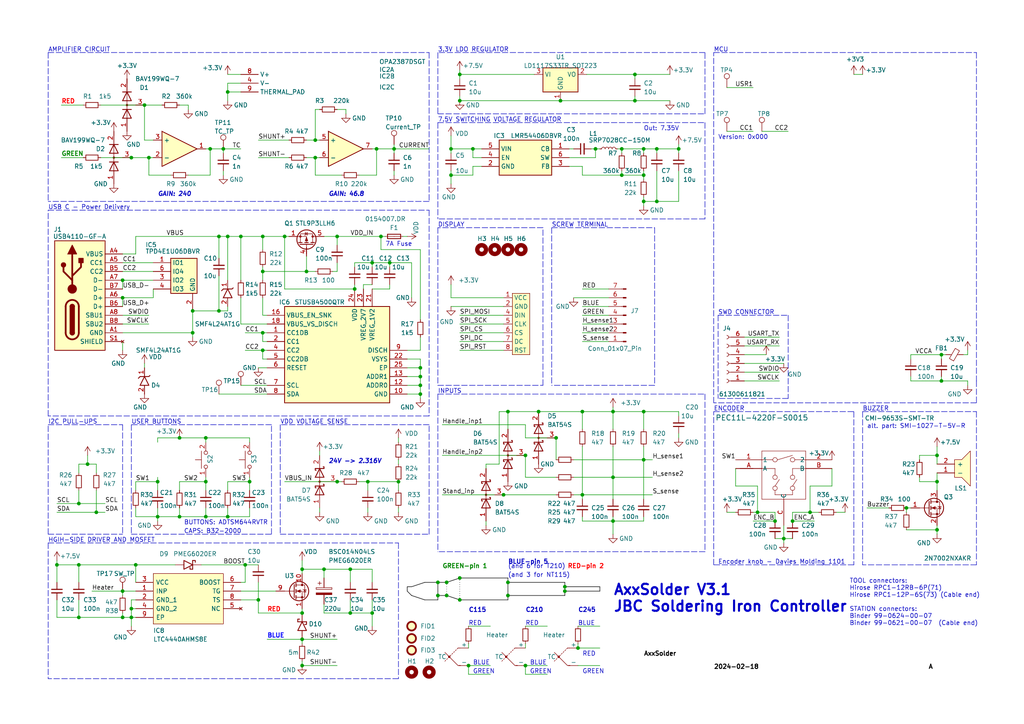
<source format=kicad_sch>
(kicad_sch (version 20231120) (generator "eeschema") (generator_version "8.0")
  (paper "A4")
  (junction (at 152.4 132.08))
  (junction (at 184.15 21.59))
  (junction (at 394.97 -10.16))
  (junction (at 162.56 29.21))
  (junction (at 271.78 153.67))
  (junction (at 129.54 172.72))
  (junction (at 196.85 43.18))
  (junction (at 353.06 138.43))
  (junction (at 224.79 151.13))
  (junction (at 358.14 10.16))
  (junction (at 364.49 187.96))
  (junction (at 438.15 -10.16))
  (junction (at 41.91 30.48))
  (junction (at 337.82 0))
  (junction (at 163.83 171.45))
  (junction (at 66.04 26.67))
  (junction (at 398.78 170.18))
  (junction (at 127 172.72))
  (junction (at 101.6 165.1))
  (junction (at 273.05 102.87))
  (junction (at 229.87 151.13))
  (junction (at 133.35 167.64))
  (junction (at 177.8 119.38))
  (junction (at 349.25 -10.16))
  (junction (at 394.97 5.08))
  (junction (at 101.6 177.8))
  (junction (at 59.69 149.86))
  (junction (at 172.72 43.18))
  (junction (at 106.68 139.7))
  (junction (at 331.47 148.59))
  (junction (at 190.5 58.42))
  (junction (at 146.05 143.51))
  (junction (at 87.63 165.1))
  (junction (at 66.04 149.86))
  (junction (at 129.54 168.91))
  (junction (at 353.06 148.59))
  (junction (at 76.2 68.58))
  (junction (at 190.5 43.18))
  (junction (at 45.72 149.86))
  (junction (at 87.63 177.8))
  (junction (at 426.72 -10.16))
  (junction (at 227.33 156.21))
  (junction (at 107.95 177.8))
  (junction (at 461.01 -10.16))
  (junction (at 45.72 139.7))
  (junction (at 133.35 173.99))
  (junction (at 360.68 10.16))
  (junction (at 472.44 1.27))
  (junction (at 52.07 149.86))
  (junction (at 107.95 76.2))
  (junction (at 22.86 179.07))
  (junction (at 93.98 165.1))
  (junction (at 35.56 171.45))
  (junction (at 27.94 148.59))
  (junction (at 22.86 146.05))
  (junction (at 55.88 90.17))
  (junction (at 114.3 43.18))
  (junction (at 415.29 1.27))
  (junction (at 379.73 10.16))
  (junction (at 271.78 139.7))
  (junction (at 115.57 139.7))
  (junction (at 35.56 179.07))
  (junction (at 39.37 163.83))
  (junction (at 76.2 101.6))
  (junction (at 109.22 43.18))
  (junction (at 219.71 148.59))
  (junction (at 387.35 10.16))
  (junction (at 35.56 86.36))
  (junction (at 391.16 10.16))
  (junction (at 163.83 170.18))
  (junction (at 38.1 179.07))
  (junction (at 449.58 1.27))
  (junction (at 16.51 163.83))
  (junction (at 130.81 50.8))
  (junction (at 461.01 1.27))
  (junction (at 186.69 119.38))
  (junction (at 382.27 10.16))
  (junction (at 133.35 29.21))
  (junction (at 156.21 119.38))
  (junction (at 177.8 138.43))
  (junction (at 358.14 -10.16))
  (junction (at 271.78 132.08))
  (junction (at 161.29 127))
  (junction (at 63.5 90.17))
  (junction (at 66.04 68.58))
  (junction (at 76.2 78.74))
  (junction (at 180.34 43.18))
  (junction (at 63.5 68.58))
  (junction (at 43.18 45.72))
  (junction (at 449.58 -10.16))
  (junction (at 35.56 81.28))
  (junction (at 72.39 139.7))
  (junction (at 147.32 172.72))
  (junction (at 358.14 5.08))
  (junction (at 147.32 168.91))
  (junction (at 22.86 163.83))
  (junction (at 384.81 10.16))
  (junction (at 273.05 110.49))
  (junction (at 403.86 -10.16))
  (junction (at 88.9 78.74))
  (junction (at 137.16 43.18))
  (junction (at 168.91 119.38))
  (junction (at 102.87 83.82))
  (junction (at 59.69 127))
  (junction (at 82.55 68.58))
  (junction (at 74.93 173.99))
  (junction (at 113.03 76.2))
  (junction (at 234.95 148.59))
  (junction (at 438.15 1.27))
  (junction (at 133.35 21.59))
  (junction (at 87.63 185.42))
  (junction (at 121.92 114.3))
  (junction (at 168.91 143.51))
  (junction (at 25.4 134.62))
  (junction (at 121.92 109.22))
  (junction (at 38.1 176.53))
  (junction (at 110.49 68.58))
  (junction (at 76.2 96.52))
  (junction (at 377.19 10.16))
  (junction (at 91.44 40.64))
  (junction (at 71.12 163.83))
  (junction (at 186.69 58.42))
  (junction (at 55.88 96.52))
  (junction (at 64.77 43.18))
  (junction (at 186.69 50.8))
  (junction (at 147.32 119.38))
  (junction (at 177.8 151.13))
  (junction (at 398.78 173.99))
  (junction (at 426.72 1.27))
  (junction (at 121.92 111.76))
  (junction (at 167.64 187.96))
  (junction (at 60.96 43.18))
  (junction (at 135.89 193.04))
  (junction (at 52.07 127))
  (junction (at 415.29 -10.16))
  (junction (at 186.69 43.18))
  (junction (at 374.65 10.16))
  (junction (at 121.92 106.68))
  (junction (at 91.44 45.72))
  (junction (at 152.4 193.04))
  (junction (at 97.79 139.7))
  (junction (at 262.89 147.32))
  (junction (at 87.63 193.04))
  (junction (at 38.1 45.72))
  (junction (at 69.85 68.58))
  (junction (at 127 168.91))
  (junction (at 130.81 43.18))
  (junction (at 59.69 139.7))
  (junction (at 186.69 133.35))
  (junction (at 97.79 68.58))
  (junction (at 180.34 50.8))
  (junction (at 184.15 29.21))
  (polyline (pts (xy 228.6 91.44) (xy 228.6 115.57)) (stroke (width 0) (type dash)))
  (wire (pts (xy 168.91 50.8) (xy 180.34 50.8)))
  (polyline (pts (xy 250.19 119.38) (xy 283.21 119.38)) (stroke (width 0) (type dash)))
  (wire (pts (xy 16.51 162.56) (xy 16.51 163.83)))
  (wire (pts (xy 415.29 -1.27) (xy 415.29 1.27)))
  (wire (pts (xy 226.06 107.95) (xy 215.9 107.95)))
  (wire (pts (xy 168.91 119.38) (xy 177.8 119.38)))
  (wire (pts (xy 71.12 163.83) (xy 74.93 163.83)))
  (wire (pts (xy 130.81 50.8) (xy 137.16 50.8)))
  (wire (pts (xy 107.95 173.99) (xy 107.95 177.8)))
  (wire (pts (xy 374.65 10.16) (xy 377.19 10.16)))
  (wire (pts (xy 69.85 24.13) (xy 66.04 24.13)))
  (polyline (pts (xy 13.97 157.48) (xy 115.57 157.48)) (stroke (width 0) (type dash)))
  (wire (pts (xy 96.52 78.74) (xy 97.79 78.74)))
  (wire (pts (xy 410.21 45.72) (xy 430.53 45.72)))
  (wire (pts (xy 133.35 29.21) (xy 162.56 29.21)))
  (wire (pts (xy 374.65 148.59) (xy 384.81 148.59)))
  (wire (pts (xy 266.7 138.43) (xy 266.7 139.7)))
  (wire (pts (xy 152.4 138.43) (xy 152.4 132.08)))
  (wire (pts (xy 69.85 171.45) (xy 80.01 171.45)))
  (wire (pts (xy 227.33 152.4) (xy 227.33 156.21)))
  (wire (pts (xy 107.95 177.8) (xy 107.95 181.61)))
  (wire (pts (xy 405.13 171.45) (xy 405.13 170.18)))
  (wire (pts (xy 39.37 179.07) (xy 38.1 179.07)))
  (wire (pts (xy 388.62 198.12) (xy 372.11 198.12)))
  (wire (pts (xy 92.71 147.32) (xy 92.71 148.59)))
  (wire (pts (xy 93.98 165.1) (xy 101.6 165.1)))
  (wire (pts (xy 331.47 138.43) (xy 331.47 148.59)))
  (wire (pts (xy 147.32 172.72) (xy 163.83 172.72)) (stroke (width 0) (color 0 0 0 1)))
  (wire (pts (xy 190.5 58.42) (xy 196.85 58.42)))
  (wire (pts (xy 115.57 139.7) (xy 115.57 142.24)))
  (wire (pts (xy 16.51 179.07) (xy 16.51 173.99)))
  (wire (pts (xy 218.44 148.59) (xy 219.71 148.59)))
  (wire (pts (xy 121.92 109.22) (xy 121.92 111.76)))
  (wire (pts (xy 394.97 5.08) (xy 403.86 5.08)))
  (wire (pts (xy 133.35 101.6) (xy 146.05 101.6)))
  (wire (pts (xy 114.3 50.8) (xy 114.3 49.53)))
  (wire (pts (xy 133.35 29.21) (xy 133.35 27.94)))
  (wire (pts (xy 332.74 45.72) (xy 346.71 45.72)))
  (wire (pts (xy 168.91 93.98) (xy 176.53 93.98)))
  (wire (pts (xy 16.51 163.83) (xy 16.51 168.91)))
  (wire (pts (xy 226.06 110.49) (xy 215.9 110.49)))
  (wire (pts (xy 97.79 78.74) (xy 97.79 76.2)))
  (wire (pts (xy 123.19 173.99) (xy 127 173.99)) (stroke (width 0) (color 0 0 0 1)))
  (wire (pts (xy 60.96 43.18) (xy 64.77 43.18)))
  (wire (pts (xy 241.3 135.89) (xy 241.3 140.97)))
  (wire (pts (xy 365.76 22.86) (xy 365.76 10.16)))
  (wire (pts (xy 137.16 48.26) (xy 139.7 48.26)))
  (wire (pts (xy 337.82 -8.89) (xy 337.82 -10.16)))
  (wire (pts (xy 118.11 104.14) (xy 121.92 104.14)))
  (wire (pts (xy 92.71 130.81) (xy 92.71 132.08)))
  (polyline (pts (xy 157.48 111.76) (xy 157.48 66.04)) (stroke (width 0) (type dash)))
  (wire (pts (xy 346.71 107.95) (xy 332.74 107.95)))
  (wire (pts (xy 167.64 187.96) (xy 167.64 186.69)))
  (wire (pts (xy 415.29 -10.16) (xy 426.72 -10.16)))
  (wire (pts (xy 163.83 171.45) (xy 173.99 171.45)) (stroke (width 0) (color 0 0 0 1)))
  (wire (pts (xy 196.85 120.65) (xy 196.85 119.38)))
  (wire (pts (xy 115.57 133.35) (xy 115.57 134.62)))
  (wire (pts (xy 104.14 139.7) (xy 106.68 139.7)))
  (wire (pts (xy 16.51 179.07) (xy 22.86 179.07)))
  (wire (pts (xy 147.32 168.91) (xy 147.32 172.72)) (stroke (width 0) (color 0 0 0 1)))
  (wire (pts (xy 41.91 30.48) (xy 46.99 30.48)))
  (wire (pts (xy 130.81 86.36) (xy 146.05 86.36)))
  (wire (pts (xy 63.5 90.17) (xy 66.04 90.17)))
  (wire (pts (xy 378.46 124.46) (xy 378.46 127)))
  (wire (pts (xy 168.91 99.06) (xy 176.53 99.06)))
  (wire (pts (xy 332.74 48.26) (xy 346.71 48.26)))
  (wire (pts (xy 410.21 63.5) (xy 430.53 63.5)))
  (wire (pts (xy 365.76 124.46) (xy 365.76 127)))
  (wire (pts (xy 165.1 43.18) (xy 166.37 43.18)))
  (wire (pts (xy 346.71 81.28) (xy 332.74 81.28)))
  (wire (pts (xy 184.15 21.59) (xy 184.15 22.86)))
  (wire (pts (xy 271.78 152.4) (xy 271.78 153.67)))
  (wire (pts (xy 66.04 21.59) (xy 69.85 21.59)))
  (wire (pts (xy 227.33 156.21) (xy 229.87 156.21)))
  (wire (pts (xy 337.82 -1.27) (xy 337.82 0)))
  (wire (pts (xy 76.2 91.44) (xy 77.47 91.44)))
  (polyline (pts (xy 124.46 123.19) (xy 81.28 123.19)) (stroke (width 0) (type dash)))
  (wire (pts (xy 77.47 96.52) (xy 76.2 96.52)))
  (polyline (pts (xy 127 35.56) (xy 127 63.5)) (stroke (width 0) (type dash)))
  (wire (pts (xy 273.05 110.49) (xy 280.67 110.49)))
  (wire (pts (xy 142.24 181.61) (xy 135.89 181.61)))
  (wire (pts (xy 107.95 76.2) (xy 107.95 77.47)))
  (wire (pts (xy 387.35 10.16) (xy 387.35 22.86)))
  (polyline (pts (xy 207.01 163.83) (xy 207.01 119.38)) (stroke (width 0) (type dash)))
  (wire (pts (xy 121.92 72.39) (xy 121.92 92.71)))
  (polyline (pts (xy 38.1 123.19) (xy 38.1 154.94)) (stroke (width 0) (type dash)))
  (wire (pts (xy 133.35 167.64) (xy 133.35 173.99)) (stroke (width 0) (type dot) (color 0 0 0 1)))
  (wire (pts (xy 416.56 25.4) (xy 421.64 25.4)))
  (wire (pts (xy 415.29 1.27) (xy 403.86 1.27)))
  (wire (pts (xy 349.25 5.08) (xy 358.14 5.08)))
  (wire (pts (xy 186.69 59.69) (xy 186.69 58.42)))
  (wire (pts (xy 163.83 170.18) (xy 173.99 170.18)) (stroke (width 0) (color 0 0 0 1)))
  (wire (pts (xy 35.56 91.44) (xy 43.18 91.44)))
  (wire (pts (xy 410.21 43.18) (xy 430.53 43.18)))
  (wire (pts (xy 45.72 147.32) (xy 45.72 149.86)))
  (wire (pts (xy 52.07 149.86) (xy 59.69 149.86)))
  (wire (pts (xy 190.5 44.45) (xy 190.5 43.18)))
  (wire (pts (xy 218.44 151.13) (xy 224.79 151.13)))
  (wire (pts (xy 163.83 170.18) (xy 163.83 171.45)) (stroke (width 0) (color 0 0 0 1)))
  (wire (pts (xy 64.77 49.53) (xy 64.77 50.8)))
  (wire (pts (xy 273.05 110.49) (xy 273.05 109.22)))
  (polyline (pts (xy 13.97 15.24) (xy 124.46 15.24)) (stroke (width 0) (type dash)))
  (wire (pts (xy 398.78 208.915) (xy 398.78 208.28)))
  (wire (pts (xy 74.93 45.72) (xy 83.82 45.72)))
  (wire (pts (xy 177.8 119.38) (xy 177.8 124.46)))
  (wire (pts (xy 410.21 48.26) (xy 430.53 48.26)))
  (wire (pts (xy 72.39 147.32) (xy 72.39 149.86)))
  (wire (pts (xy 168.91 119.38) (xy 168.91 124.46)))
  (wire (pts (xy 391.16 22.86) (xy 391.16 10.16)))
  (wire (pts (xy 127 168.91) (xy 123.19 168.91)) (stroke (width 0) (color 0 0 0 1)))
  (wire (pts (xy 416.56 25.4) (xy 416.56 30.48)))
  (wire (pts (xy 152.4 193.04) (xy 158.75 193.04)))
  (polyline (pts (xy 78.74 123.19) (xy 38.1 123.19)) (stroke (width 0) (type dash)))
  (wire (pts (xy 271.78 129.54) (xy 271.78 132.08)))
  (wire (pts (xy 165.1 45.72) (xy 172.72 45.72)))
  (wire (pts (xy 52.07 139.7) (xy 52.07 142.24)))
  (wire (pts (xy 273.05 102.87) (xy 274.32 102.87)))
  (wire (pts (xy 346.71 105.41) (xy 332.74 105.41)))
  (wire (pts (xy 410.21 40.64) (xy 430.53 40.64)))
  (wire (pts (xy 349.25 -10.16) (xy 358.14 -10.16)))
  (wire (pts (xy 88.9 78.74) (xy 91.44 78.74)))
  (wire (pts (xy 410.21 60.96) (xy 430.53 60.96)))
  (wire (pts (xy 410.21 68.58) (xy 430.53 68.58)))
  (wire (pts (xy 107.95 43.18) (xy 109.22 43.18)))
  (wire (pts (xy 227.33 156.21) (xy 227.33 157.48)))
  (wire (pts (xy 59.69 127) (xy 72.39 127)))
  (polyline (pts (xy 124.46 60.96) (xy 124.46 120.65)) (stroke (width 0) (type dash)))
  (wire (pts (xy 130.81 49.53) (xy 130.81 50.8)))
  (wire (pts (xy 186.69 43.18) (xy 190.5 43.18)))
  (wire (pts (xy 87.63 162.56) (xy 87.63 165.1)))
  (wire (pts (xy 186.69 119.38) (xy 177.8 119.38)))
  (wire (pts (xy 410.21 66.04) (xy 430.53 66.04)))
  (wire (pts (xy 97.79 68.58) (xy 97.79 71.12)))
  (wire (pts (xy 127 172.72) (xy 129.54 172.72)) (stroke (width 0) (color 0 0 0 1)))
  (wire (pts (xy 377.19 22.86) (xy 377.19 10.16)))
  (wire (pts (xy 332.74 76.2) (xy 346.71 76.2)))
  (wire (pts (xy 177.8 118.11) (xy 177.8 119.38)))
  (wire (pts (xy 76.2 101.6) (xy 76.2 104.14)))
  (wire (pts (xy 410.21 30.48) (xy 416.56 30.48)))
  (polyline (pts (xy 160.02 66.04) (xy 160.02 111.76)) (stroke (width 0) (type dash)))
  (polyline (pts (xy 124.46 15.24) (xy 124.46 58.42)) (stroke (width 0) (type dash)))
  (wire (pts (xy 101.6 177.8) (xy 107.95 177.8)))
  (wire (pts (xy 25.4 132.08) (xy 25.4 134.62)))
  (wire (pts (xy 158.75 195.58) (xy 152.4 195.58)))
  (wire (pts (xy 237.49 148.59) (xy 234.95 148.59)))
  (wire (pts (xy 74.93 168.91) (xy 74.93 173.99)))
  (wire (pts (xy 107.95 82.55) (xy 105.41 82.55)))
  (wire (pts (xy 27.94 134.62) (xy 25.4 134.62)))
  (wire (pts (xy 35.56 99.06) (xy 35.56 101.6)))
  (wire (pts (xy 360.68 10.16) (xy 358.14 10.16)))
  (wire (pts (xy 39.37 176.53) (xy 38.1 176.53)))
  (polyline (pts (xy 81.28 123.19) (xy 81.28 154.94)) (stroke (width 0) (type dash)))
  (wire (pts (xy 45.72 128.27) (xy 45.72 127)))
  (wire (pts (xy 72.39 139.7) (xy 66.04 139.7)))
  (wire (pts (xy 39.37 168.91) (xy 39.37 163.83)))
  (wire (pts (xy 234.95 140.97) (xy 234.95 148.59)))
  (wire (pts (xy 105.41 82.55) (xy 105.41 83.82)))
  (wire (pts (xy 168.91 96.52) (xy 176.53 96.52)))
  (polyline (pts (xy 228.6 115.57) (xy 208.28 115.57)) (stroke (width 0) (type dash)))
  (wire (pts (xy 69.85 173.99) (xy 74.93 173.99)))
  (polyline (pts (xy 35.56 123.19) (xy 35.56 154.94)) (stroke (width 0) (type dash)))
  (wire (pts (xy 190.5 43.18) (xy 196.85 43.18)))
  (wire (pts (xy 331.47 148.59) (xy 331.47 151.13)))
  (polyline (pts (xy 13.97 123.19) (xy 35.56 123.19)) (stroke (width 0) (type dash)))
  (wire (pts (xy 44.45 83.82) (xy 44.45 86.36)))
  (polyline (pts (xy 247.65 119.38) (xy 247.65 163.83)) (stroke (width 0) (type dash)))
  (wire (pts (xy 461.01 1.27) (xy 472.44 1.27)))
  (wire (pts (xy 358.14 10.16) (xy 358.14 22.86)))
  (wire (pts (xy 271.78 153.67) (xy 271.78 154.94)))
  (wire (pts (xy 39.37 147.32) (xy 39.37 149.86)))
  (wire (pts (xy 45.72 138.43) (xy 45.72 139.7)))
  (wire (pts (xy 121.92 106.68) (xy 121.92 109.22)))
  (wire (pts (xy 87.63 176.53) (xy 87.63 177.8)))
  (wire (pts (xy 22.86 134.62) (xy 22.86 137.16)))
  (wire (pts (xy 264.16 109.22) (xy 264.16 110.49)))
  (wire (pts (xy 92.71 31.75) (xy 91.44 31.75)))
  (wire (pts (xy 114.3 41.91) (xy 114.3 43.18)))
  (wire (pts (xy 137.16 50.8) (xy 137.16 48.26)))
  (wire (pts (xy 262.89 147.32) (xy 262.89 148.59)))
  (wire (pts (xy 345.44 187.96) (xy 332.74 187.96)))
  (wire (pts (xy 210.82 38.1) (xy 218.44 38.1)))
  (wire (pts (xy 119.38 76.2) (xy 113.03 76.2)))
  (wire (pts (xy 69.85 168.91) (xy 71.12 168.91)))
  (wire (pts (xy 438.15 -10.16) (xy 449.58 -10.16)))
  (wire (pts (xy 25.4 134.62) (xy 22.86 134.62)))
  (wire (pts (xy 262.89 153.67) (xy 271.78 153.67)))
  (wire (pts (xy 162.56 29.21) (xy 184.15 29.21)))
  (wire (pts (xy 280.67 101.6) (xy 280.67 102.87)))
  (wire (pts (xy 449.58 -10.16) (xy 461.01 -10.16)))
  (wire (pts (xy 337.82 0) (xy 349.25 0)))
  (wire (pts (xy 110.49 72.39) (xy 121.92 72.39)))
  (wire (pts (xy 66.04 139.7) (xy 66.04 142.24)))
  (polyline (pts (xy 247.65 163.83) (xy 207.01 163.83)) (stroke (width 0) (type dash)))
  (polyline (pts (xy 127 33.02) (xy 204.47 33.02)) (stroke (width 0) (type dash)))
  (wire (pts (xy 271.78 139.7) (xy 271.78 142.24)))
  (wire (pts (xy 107.95 83.82) (xy 113.03 83.82)))
  (wire (pts (xy 137.16 45.72) (xy 137.16 43.18)))
  (wire (pts (xy 358.14 -11.43) (xy 358.14 -10.16)))
  (wire (pts (xy 388.62 193.04) (xy 372.11 193.04)))
  (wire (pts (xy 119.38 172.72) (xy 123.19 173.99)) (stroke (width 0) (color 0 0 0 1)))
  (wire (pts (xy 52.07 147.32) (xy 52.07 149.86)))
  (wire (pts (xy 213.36 135.89) (xy 213.36 140.97)))
  (wire (pts (xy 266.7 139.7) (xy 271.78 139.7)))
  (wire (pts (xy 58.42 163.83) (xy 71.12 163.83)))
  (wire (pts (xy 69.85 86.36) (xy 69.85 93.98)))
  (polyline (pts (xy 283.21 163.83) (xy 250.19 163.83)) (stroke (width 0) (type dash)))
  (wire (pts (xy 410.21 93.98) (xy 430.53 93.98)))
  (wire (pts (xy 279.4 102.87) (xy 280.67 102.87)))
  (wire (pts (xy 384.81 22.86) (xy 384.81 10.16)))
  (wire (pts (xy 135.89 193.04) (xy 142.24 193.04)))
  (wire (pts (xy 186.69 50.8) (xy 186.69 49.53)))
  (wire (pts (xy 22.86 179.07) (xy 22.86 173.99)))
  (wire (pts (xy 426.72 -10.16) (xy 438.15 -10.16)))
  (wire (pts (xy 76.2 96.52) (xy 76.2 99.06)))
  (wire (pts (xy 100.33 33.02) (xy 100.33 31.75)))
  (wire (pts (xy 358.14 5.08) (xy 358.14 10.16)))
  (wire (pts (xy 76.2 68.58) (xy 82.55 68.58)))
  (wire (pts (xy 72.39 128.27) (xy 72.39 127)))
  (polyline (pts (xy 124.46 58.42) (xy 13.97 58.42)) (stroke (width 0) (type dash)))
  (wire (pts (xy 168.91 143.51) (xy 168.91 144.78)))
  (wire (pts (xy 196.85 125.73) (xy 196.85 127)))
  (polyline (pts (xy 157.48 66.04) (xy 127 66.04)) (stroke (width 0) (type dash)))
  (wire (pts (xy 213.36 140.97) (xy 219.71 140.97)))
  (wire (pts (xy 45.72 127) (xy 52.07 127)))
  (wire (pts (xy 115.57 127) (xy 115.57 128.27)))
  (wire (pts (xy 118.11 106.68) (xy 121.92 106.68)))
  (wire (pts (xy 55.88 90.17) (xy 55.88 96.52)))
  (wire (pts (xy 35.56 81.28) (xy 44.45 81.28)))
  (wire (pts (xy 403.86 -1.27) (xy 403.86 1.27)))
  (wire (pts (xy 88.9 45.72) (xy 91.44 45.72)))
  (wire (pts (xy 121.92 111.76) (xy 121.92 114.3)))
  (polyline (pts (xy 189.865 66.04) (xy 189.865 111.76)) (stroke (width 0) (type dash)))
  (polyline (pts (xy 115.57 157.48) (xy 115.57 196.85)) (stroke (width 0) (type dash)))
  (wire (pts (xy 186.69 52.07) (xy 186.69 50.8)))
  (wire (pts (xy 438.15 1.27) (xy 426.72 1.27)))
  (wire (pts (xy 93.98 165.1) (xy 93.98 167.64)))
  (wire (pts (xy 264.16 110.49) (xy 273.05 110.49)))
  (wire (pts (xy 168.91 83.82) (xy 176.53 83.82)))
  (wire (pts (xy 180.34 50.8) (xy 186.69 50.8)))
  (wire (pts (xy 41.91 30.48) (xy 41.91 40.64)))
  (wire (pts (xy 241.3 140.97) (xy 234.95 140.97)))
  (wire (pts (xy 461.01 -10.16) (xy 472.44 -10.16)))
  (wire (pts (xy 215.9 105.41) (xy 227.33 105.41)))
  (wire (pts (xy 229.87 151.13) (xy 236.22 151.13)))
  (wire (pts (xy 186.69 149.86) (xy 186.69 151.13)))
  (wire (pts (xy 22.86 146.05) (xy 30.48 146.05)))
  (wire (pts (xy 172.72 43.18) (xy 172.72 45.72)))
  (wire (pts (xy 133.35 167.64) (xy 147.32 167.64)) (stroke (width 0) (color 0 0 0 1)))
  (wire (pts (xy 168.91 151.13) (xy 177.8 151.13)))
  (wire (pts (xy 27.94 148.59) (xy 30.48 148.59)))
  (wire (pts (xy 353.06 148.59) (xy 367.03 148.59)))
  (polyline (pts (xy 127 111.76) (xy 157.48 111.76)) (stroke (width 0) (type dash)))
  (wire (pts (xy 77.47 101.6) (xy 76.2 101.6)))
  (polyline (pts (xy 13.97 120.65) (xy 13.97 60.96)) (stroke (width 0) (type dash)))
  (wire (pts (xy 382.27 10.16) (xy 384.81 10.16)))
  (wire (pts (xy 129.54 172.72) (xy 133.35 173.99)) (stroke (width 0) (color 0 0 0 1)))
  (wire (pts (xy 35.56 179.07) (xy 38.1 179.07)))
  (wire (pts (xy 334.01 190.5) (xy 334.01 191.77)))
  (wire (pts (xy 334.01 138.43) (xy 331.47 138.43)))
  (wire (pts (xy 410.21 71.12) (xy 430.53 71.12)))
  (wire (pts (xy 449.58 -1.27) (xy 449.58 1.27)))
  (wire (pts (xy 118.11 171.45) (xy 119.38 172.72)) (stroke (width 0) (color 0 0 0 1)))
  (wire (pts (xy 147.32 168.91) (xy 163.83 168.91)) (stroke (width 0) (color 0 0 0 1)))
  (wire (pts (xy 167.64 187.96) (xy 173.99 187.96)))
  (wire (pts (xy 102.87 77.47) (xy 102.87 76.2)))
  (wire (pts (xy 121.92 104.14) (xy 121.92 106.68)))
  (wire (pts (xy 35.56 96.52) (xy 55.88 96.52)))
  (wire (pts (xy 190.5 49.53) (xy 190.5 58.42)))
  (wire (pts (xy 152.4 186.69) (xy 152.4 187.96)))
  (wire (pts (xy 35.56 93.98) (xy 43.18 93.98)))
  (wire (pts (xy 118.11 109.22) (xy 121.92 109.22)))
  (wire (pts (xy 71.12 168.91) (xy 71.12 163.83)))
  (wire (pts (xy 66.04 26.67) (xy 69.85 26.67)))
  (polyline (pts (xy 204.47 160.02) (xy 127 160.02)) (stroke (width 0) (type dash)))
  (wire (pts (xy 66.04 26.67) (xy 66.04 29.21)))
  (wire (pts (xy 163.83 168.91) (xy 163.83 170.18)) (stroke (width 0) (color 0 0 0 1)))
  (wire (pts (xy 82.55 83.82) (xy 102.87 83.82)))
  (wire (pts (xy 113.03 77.47) (xy 113.03 76.2)))
  (wire (pts (xy 35.56 78.74) (xy 44.45 78.74)))
  (wire (pts (xy 35.56 177.8) (xy 35.56 179.07)))
  (wire (pts (xy 52.07 127) (xy 59.69 127)))
  (wire (pts (xy 45.72 149.86) (xy 52.07 149.86)))
  (polyline (pts (xy 124.46 120.65) (xy 13.97 120.65)) (stroke (width 0) (type dash)))
  (wire (pts (xy 106.68 139.7) (xy 106.68 142.24)))
  (wire (pts (xy 54.61 31.75) (xy 54.61 30.48)))
  (wire (pts (xy 66.04 149.86) (xy 72.39 149.86)))
  (wire (pts (xy 38.1 176.53) (xy 38.1 179.07)))
  (wire (pts (xy 118.11 111.76) (xy 121.92 111.76)))
  (wire (pts (xy 391.16 5.08) (xy 391.16 10.16)))
  (wire (pts (xy 180.34 49.53) (xy 180.34 50.8)))
  (wire (pts (xy 165.1 48.26) (xy 168.91 48.26)))
  (wire (pts (xy 93.98 68.58) (xy 97.79 68.58)))
  (polyline (pts (xy 13.97 154.94) (xy 35.56 154.94)) (stroke (width 0) (type dash)))
  (wire (pts (xy 229.87 148.59) (xy 229.87 151.13)))
  (wire (pts (xy 180.34 43.18) (xy 186.69 43.18)))
  (wire (pts (xy 60.96 50.8) (xy 54.61 50.8)))
  (wire (pts (xy 147.32 172.72) (xy 147.32 173.99)) (stroke (width 0) (color 0 0 0 1)))
  (wire (pts (xy 166.37 86.36) (xy 176.53 86.36)))
  (wire (pts (xy 55.88 97.79) (xy 55.88 96.52)))
  (wire (pts (xy 69.85 68.58) (xy 69.85 81.28)))
  (wire (pts (xy 388.62 195.58) (xy 372.11 195.58)))
  (wire (pts (xy 35.56 171.45) (xy 35.56 172.72)))
  (wire (pts (xy 107.95 76.2) (xy 113.03 76.2)))
  (wire (pts (xy 121.92 101.6) (xy 118.11 101.6)))
  (polyline (pts (xy 204.47 63.5) (xy 127 63.5)) (stroke (width 0) (type dash)))
  (wire (pts (xy 186.69 133.35) (xy 189.23 133.35)))
  (wire (pts (xy 461.01 -8.89) (xy 461.01 -10.16)))
  (wire (pts (xy 146.05 143.51) (xy 161.29 143.51)))
  (wire (pts (xy 349.25 -8.89) (xy 349.25 -10.16)))
  (wire (pts (xy 87.63 165.1) (xy 93.98 165.1)))
  (polyline (pts (xy 283.21 116.84) (xy 207.01 116.84)) (stroke (width 0) (type dash)))
  (wire (pts (xy 177.8 151.13) (xy 177.8 154.94)))
  (polyline (pts (xy 127 114.3) (xy 127 160.02)) (stroke (width 0) (type dash)))
  (wire (pts (xy 152.4 138.43) (xy 161.29 138.43)))
  (wire (pts (xy 76.2 78.74) (xy 76.2 81.28)))
  (wire (pts (xy 76.2 77.47) (xy 76.2 78.74)))
  (wire (pts (xy 39.37 149.86) (xy 45.72 149.86)))
  (wire (pts (xy 266.7 132.08) (xy 266.7 133.35)))
  (wire (pts (xy 177.8 138.43) (xy 177.8 144.78)))
  (wire (pts (xy 184.15 21.59) (xy 194.31 21.59)))
  (wire (pts (xy 410.21 91.44) (xy 430.53 91.44)))
  (wire (pts (xy 168.91 50.8) (xy 168.91 48.26)))
  (wire (pts (xy 127 172.72) (xy 127 173.99)) (stroke (width 0) (color 0 0 0 1)))
  (wire (pts (xy 152.4 127) (xy 161.29 127)))
  (wire (pts (xy 130.81 39.37) (xy 130.81 43.18)))
  (wire (pts (xy 71.12 101.6) (xy 76.2 101.6)))
  (wire (pts (xy 130.81 43.18) (xy 130.81 44.45)))
  (wire (pts (xy 426.72 -8.89) (xy 426.72 -10.16)))
  (wire (pts (xy 16.51 163.83) (xy 22.86 163.83)))
  (wire (pts (xy 180.34 43.18) (xy 180.34 44.45)))
  (wire (pts (xy 196.85 41.91) (xy 196.85 43.18)))
  (wire (pts (xy 88.9 74.295) (xy 88.9 78.74)))
  (wire (pts (xy 168.91 129.54) (xy 168.91 143.51)))
  (polyline (pts (xy 78.74 154.94) (xy 78.74 123.19)) (stroke (width 0) (type dash)))
  (wire (pts (xy 166.37 138.43) (xy 177.8 138.43)))
  (wire (pts (xy 76.2 86.36) (xy 76.2 91.44)))
  (wire (pts (xy 158.75 181.61) (xy 152.4 181.61)))
  (wire (pts (xy 426.72 1.27) (xy 415.29 1.27)))
  (wire (pts (xy 179.07 43.18) (xy 180.34 43.18)))
  (wire (pts (xy 177.8 149.86) (xy 177.8 151.13)))
  (wire (pts (xy 346.71 57.15) (xy 332.74 57.15)))
  (wire (pts (xy 140.97 134.62) (xy 140.97 135.89)))
  (wire (pts (xy 64.77 43.18) (xy 69.85 43.18)))
  (wire (pts (xy 93.98 175.26) (xy 93.98 177.8)))
  (wire (pts (xy 353.06 147.32) (xy 353.06 148.59)))
  (wire (pts (xy 97.79 68.58) (xy 110.49 68.58)))
  (wire (pts (xy 166.37 143.51) (xy 168.91 143.51)))
  (wire (pts (xy 410.21 58.42) (xy 430.53 58.42)))
  (wire (pts (xy 271.78 137.16) (xy 271.78 139.7)))
  (wire (pts (xy 215.9 100.33) (xy 226.06 100.33)))
  (polyline (pts (xy 283.21 110.49) (xy 283.21 116.84)) (stroke (width 0) (type dash)))
  (wire (pts (xy 364.49 187.96) (xy 388.62 187.96)))
  (wire (pts (xy 38.1 173.99) (xy 38.1 176.53)))
  (wire (pts (xy 142.24 195.58) (xy 135.89 195.58)))
  (wire (pts (xy 394.97 -10.16) (xy 394.97 5.08)))
  (wire (pts (xy 97.79 139.7) (xy 99.06 139.7)))
  (polyline (pts (xy 127 114.3) (xy 204.47 114.3)) (stroke (width 0) (type dash)))
  (wire (pts (xy 144.78 119.38) (xy 147.32 119.38)))
  (wire (pts (xy 77.47 185.42) (xy 87.63 185.42)))
  (wire (pts (xy 109.22 50.8) (xy 109.22 43.18)))
  (polyline (pts (xy 208.28 91.44) (xy 208.28 115.57)) (stroke (width 0) (type dash)))
  (wire (pts (xy 133.35 21.59) (xy 154.94 21.59)))
  (wire (pts (xy 133.35 91.44) (xy 146.05 91.44)))
  (wire (pts (xy 39.37 139.7) (xy 39.37 142.24)))
  (wire (pts (xy 72.39 138.43) (xy 72.39 139.7)))
  (wire (pts (xy 63.5 80.01) (xy 63.5 90.17)))
  (polyline (pts (xy 124.46 154.94) (xy 124.46 123.19)) (stroke (width 0) (type dash)))
  (wire (pts (xy 280.67 111.76) (xy 280.67 110.49)))
  (wire (pts (xy 365.76 10.16) (xy 360.68 10.16)))
  (wire (pts (xy 147.32 119.38) (xy 156.21 119.38)))
  (wire (pts (xy 353.06 138.43) (xy 384.81 138.43)))
  (wire (pts (xy 349.25 13.97) (xy 349.25 15.24)))
  (wire (pts (xy 114.3 43.18) (xy 124.46 43.18)))
  (wire (pts (xy 43.18 50.8) (xy 49.53 50.8)))
  (wire (pts (xy 358.14 143.51) (xy 359.41 143.51)))
  (wire (pts (xy 22.86 163.83) (xy 39.37 163.83)))
  (polyline (pts (xy 13.97 154.94) (xy 13.97 123.19)) (stroke (width 0) (type dash)))
  (wire (pts (xy 52.07 30.48) (xy 54.61 30.48)))
  (wire (pts (xy 41.91 105.41) (xy 41.91 106.68)))
  (wire (pts (xy 16.51 148.59) (xy 27.94 148.59)))
  (wire (pts (xy 38.1 179.07) (xy 38.1 181.61)))
  (wire (pts (xy 410.21 88.9) (xy 430.53 88.9)))
  (wire (pts (xy 29.21 30.48) (xy 41.91 30.48)))
  (wire (pts (xy 45.72 139.7) (xy 45.72 142.24)))
  (wire (pts (xy 387.35 10.16) (xy 391.16 10.16)))
  (wire (pts (xy 38.1 45.72) (xy 43.18 45.72)))
  (wire (pts (xy 101.6 165.1) (xy 101.6 168.91)))
  (wire (pts (xy 346.71 143.51) (xy 347.98 143.51)))
  (wire (pts (xy 76.2 78.74) (xy 88.9 78.74)))
  (wire (pts (xy 71.12 96.52) (xy 76.2 96.52)))
  (wire (pts (xy 44.45 40.64) (xy 41.91 40.64)))
  (wire (pts (xy 273.05 102.87) (xy 273.05 104.14)))
  (wire (pts (xy 173.99 181.61) (xy 167.64 181.61)))
  (wire (pts (xy 358.14 -10.16) (xy 358.14 5.08)))
  (wire (pts (xy 76.2 99.06) (xy 77.47 99.06)))
  (wire (pts (xy 346.71 41.91) (xy 332.74 41.91)))
  (wire (pts (xy 405.13 179.07) (xy 405.13 180.34)))
  (wire (pts (xy 379.73 22.86) (xy 379.73 10.16)))
  (wire (pts (xy 163.83 171.45) (xy 163.83 172.72)) (stroke (width 0) (color 0 0 0 1)))
  (wire (pts (xy 39.37 73.66) (xy 39.37 68.58)))
  (wire (pts (xy 39.37 68.58) (xy 63.5 68.58)))
  (wire (pts (xy 63.5 68.58) (xy 63.5 74.93)))
  (polyline (pts (xy 127 66.04) (xy 127 111.76)) (stroke (width 0) (type dash)))
  (wire (pts (xy 119.38 86.36) (xy 119.38 76.2)))
  (wire (pts (xy 99.06 50.8) (xy 91.44 50.8)))
  (wire (pts (xy 242.57 148.59) (xy 245.11 148.59)))
  (wire (pts (xy 186.69 58.42) (xy 190.5 58.42)))
  (wire (pts (xy 215.9 97.79) (xy 226.06 97.79)))
  (wire (pts (xy 224.79 151.13) (xy 224.79 148.59)))
  (wire (pts (xy 332.74 53.34) (xy 346.71 53.34)))
  (wire (pts (xy 346.71 93.98) (xy 332.74 93.98)))
  (wire (pts (xy 93.98 177.8) (xy 101.6 177.8)))
  (wire (pts (xy 377.19 10.16) (xy 379.73 10.16)))
  (wire (pts (xy 161.29 127) (xy 161.29 133.35)))
  (wire (pts (xy 382.27 22.86) (xy 382.27 10.16)))
  (wire (pts (xy 410.21 33.02) (xy 421.64 33.02)))
  (wire (pts (xy 113.03 82.55) (xy 113.03 83.82)))
  (wire (pts (xy 372.11 190.5) (xy 388.62 190.5)))
  (wire (pts (xy 59.69 149.86) (xy 66.04 149.86)))
  (wire (pts (xy 63.5 68.58) (xy 66.04 68.58)))
  (wire (pts (xy 426.72 -1.27) (xy 426.72 1.27)))
  (wire (pts (xy 17.78 30.48) (xy 24.13 30.48)))
  (wire (pts (xy 133.35 22.86) (xy 133.35 21.59)))
  (wire (pts (xy 137.16 43.18) (xy 139.7 43.18)))
  (wire (pts (xy 140.97 134.62) (xy 144.78 134.62)))
  (wire (pts (xy 349.25 6.35) (xy 349.25 5.08)))
  (wire (pts (xy 133.35 96.52) (xy 146.05 96.52)))
  (wire (pts (xy 35.56 86.36) (xy 35.56 88.9)))
  (polyline (pts (xy 208.28 91.44) (xy 228.6 91.44)) (stroke (width 0) (type dash)))
  (wire (pts (xy 59.69 128.27) (xy 59.69 127)))
  (wire (pts (xy 398.78 167.64) (xy 398.78 170.18)))
  (wire (pts (xy 364.49 176.53) (xy 364.49 173.99)))
  (wire (pts (xy 410.21 86.36) (xy 430.53 86.36)))
  (wire (pts (xy 147.32 167.64) (xy 147.32 168.91)) (stroke (width 0) (color 0 0 0 1)))
  (wire (pts (xy 147.32 124.46) (xy 147.32 119.38)))
  (wire (pts (xy 264.16 102.87) (xy 264.16 104.14)))
  (wire (pts (xy 133.35 20.32) (xy 133.35 21.59)))
  (wire (pts (xy 379.73 10.16) (xy 382.27 10.16)))
  (wire (pts (xy 264.16 102.87) (xy 273.05 102.87)))
  (wire (pts (xy 52.07 139.7) (xy 59.69 139.7)))
  (wire (pts (xy 449.58 -8.89) (xy 449.58 -10.16)))
  (wire (pts (xy 410.21 50.8) (xy 430.53 50.8)))
  (wire (pts (xy 45.72 149.86) (xy 45.72 151.13)))
  (wire (pts (xy 337.82 0) (xy 337.82 1.27)))
  (wire (pts (xy 332.74 50.8) (xy 346.71 50.8)))
  (wire (pts (xy 156.21 119.38) (xy 168.91 119.38)))
  (wire (pts (xy 403.86 6.35) (xy 403.86 5.08)))
  (wire (pts (xy 82.55 68.58) (xy 83.82 68.58)))
  (polyline (pts (xy 204.47 114.3) (xy 204.47 160.02)) (stroke (width 0) (type dash)))
  (wire (pts (xy 186.69 124.46) (xy 186.69 119.38)))
  (polyline (pts (xy 204.47 33.02) (xy 204.47 15.24)) (stroke (width 0) (type dash)))
  (wire (pts (xy 115.57 147.32) (xy 115.57 148.59)))
  (wire (pts (xy 219.71 148.59) (xy 224.79 148.59)))
  (wire (pts (xy 189.23 143.51) (xy 168.91 143.51)))
  (wire (pts (xy 129.54 168.91) (xy 129.54 172.72)) (stroke (width 0) (type dot) (color 0 0 0 1)))
  (wire (pts (xy 184.15 29.21) (xy 184.15 27.94)))
  (wire (pts (xy 43.18 45.72) (xy 44.45 45.72)))
  (wire (pts (xy 360.68 22.86) (xy 360.68 10.16)))
  (wire (pts (xy 130.81 43.18) (xy 137.16 43.18)))
  (wire (pts (xy 438.15 -8.89) (xy 438.15 -10.16)))
  (wire (pts (xy 186.69 151.13) (xy 177.8 151.13)))
  (wire (pts (xy 74.93 173.99) (xy 74.93 177.8)))
  (wire (pts (xy 121.92 97.79) (xy 121.92 101.6)))
  (polyline (pts (xy 160.02 66.04) (xy 189.865 66.04)) (stroke (width 0) (type dash)))
  (wire (pts (xy 114.3 43.18) (xy 114.3 44.45)))
  (wire (pts (xy 102.87 76.2) (xy 107.95 76.2)))
  (wire (pts (xy 35.56 81.28) (xy 35.56 83.82)))
  (wire (pts (xy 196.85 119.38) (xy 186.69 119.38)))
  (wire (pts (xy 82.55 68.58) (xy 82.55 83.82)))
  (wire (pts (xy 215.9 102.87) (xy 222.25 102.87)))
  (wire (pts (xy 116.84 68.58) (xy 118.11 68.58)))
  (wire (pts (xy 107.95 165.1) (xy 107.95 168.91)))
  (wire (pts (xy 410.21 114.3) (xy 421.64 114.3)))
  (wire (pts (xy 247.65 21.59) (xy 250.19 21.59)))
  (polyline (pts (xy 207.01 119.38) (xy 247.65 119.38)) (stroke (width 0) (type dash)))
  (wire (pts (xy 398.78 170.18) (xy 398.78 173.99)))
  (wire (pts (xy 172.72 43.18) (xy 173.99 43.18)))
  (wire (pts (xy 87.63 193.04) (xy 97.79 193.04)))
  (polyline (pts (xy 81.28 154.94) (xy 124.46 154.94)) (stroke (width 0) (type dash)))
  (wire (pts (xy 140.97 152.4) (xy 140.97 151.13)))
  (wire (pts (xy 341.63 138.43) (xy 353.06 138.43)))
  (wire (pts (xy 168.91 88.9) (xy 176.53 88.9)))
  (wire (pts (xy 101.6 173.99) (xy 101.6 177.8)))
  (wire (pts (xy 168.91 91.44) (xy 176.53 91.44)))
  (wire (pts (xy 111.76 68.58) (xy 110.49 68.58)))
  (wire (pts (xy 106.68 139.7) (xy 115.57 139.7)))
  (wire (pts (xy 22.86 163.83) (xy 22.86 168.91)))
  (wire (pts (xy 177.8 129.54) (xy 177.8 138.43)))
  (wire (pts (xy 133.35 173.99) (xy 147.32 173.99)) (stroke (width 0) (color 0 0 0 1)))
  (wire (pts (xy 374.65 22.86) (xy 374.65 10.16)))
  (wire (pts (xy 144.78 134.62) (xy 144.78 119.38)))
  (wire (pts (xy 271.78 132.08) (xy 271.78 134.62)))
  (wire (pts (xy 60.96 43.18) (xy 60.96 50.8)))
  (polyline (pts (xy 127 35.56) (xy 204.47 35.56)) (stroke (width 0) (type dash)))
  (wire (pts (xy 87.63 165.1) (xy 87.63 166.37)))
  (wire (pts (xy 168.91 149.86) (xy 168.91 151.13)))
  (wire (pts (xy 472.44 1.27) (xy 472.44 2.54)))
  (wire (pts (xy 66.04 68.58) (xy 69.85 68.58)))
  (wire (pts (xy 16.51 146.05) (xy 22.86 146.05)))
  (wire (pts (xy 341.63 148.59) (xy 353.06 148.59)))
  (wire (pts (xy 88.9 40.64) (xy 91.44 40.64)))
  (wire (pts (xy 69.85 111.76) (xy 77.47 111.76)))
  (wire (pts (xy 110.49 68.58) (xy 110.49 72.39)))
  (wire (pts (xy 59.69 43.18) (xy 60.96 43.18)))
  (wire (pts (xy 394.97 -11.43) (xy 394.97 -10.16)))
  (wire (pts (xy 91.44 50.8) (xy 91.44 45.72)))
  (wire (pts (xy 218.44 25.4) (xy 210.82 25.4)))
  (wire (pts (xy 349.25 0) (xy 349.25 -1.27)))
  (wire (pts (xy 415.29 -8.89) (xy 415.29 -10.16)))
  (wire (pts (xy 186.69 58.42) (xy 186.69 57.15)))
  (wire (pts (xy 69.85 68.58) (xy 76.2 68.58)))
  (wire (pts (xy 106.68 147.32) (xy 106.68 148.59)))
  (wire (pts (xy 173.99 193.04) (xy 167.64 193.04)))
  (wire (pts (xy 44.45 86.36) (xy 35.56 86.36)))
  (wire (pts (xy 74.93 177.8) (xy 87.63 177.8)))
  (wire (pts (xy 66.04 88.9) (xy 66.04 90.17)))
  (wire (pts (xy 22.86 142.24) (xy 22.86 146.05)))
  (wire (pts (xy 27.94 142.24) (xy 27.94 148.59)))
  (wire (pts (xy 59.69 138.43) (xy 59.69 139.7)))
  (wire (pts (xy 35.56 171.45) (xy 39.37 171.45)))
  (wire (pts (xy 403.86 -10.16) (xy 415.29 -10.16)))
  (wire (pts (xy 251.46 147.32) (xy 257.81 147.32)))
  (wire (pts (xy 74.93 106.68) (xy 77.47 106.68)))
  (wire (pts (xy 91.44 40.64) (xy 92.71 40.64)))
  (wire (pts (xy 410.21 111.76) (xy 421.64 111.76)))
  (polyline (pts (xy 283.21 15.24) (xy 283.21 110.49)) (stroke (width 0) (type dash)))
  (polyline (pts (xy 115.57 196.85) (xy 13.97 196.85)) (stroke (width 0) (type dash)))
  (wire (pts (xy 38.1 173.99) (xy 39.37 173.99)))
  (wire (pts (xy 59.69 139.7) (xy 59.69 142.24)))
  (wire (pts (xy 74.93 40.64) (xy 83.82 40.64)))
  (wire (pts (xy 353.06 187.96) (xy 364.49 187.96)))
  (wire (pts (xy 196.85 44.45) (xy 196.85 43.18)))
  (wire (pts (xy 133.35 167.64) (xy 129.54 168.91)) (stroke (width 0) (color 0 0 0 1)))
  (wire (pts (xy 186.69 133.35) (xy 186.69 144.78)))
  (wire (pts (xy 133.35 93.98) (xy 146.05 93.98)))
  (wire (pts (xy 186.69 44.45) (xy 186.69 43.18)))
  (wire (pts (xy 43.18 45.72) (xy 43.18 50.8)))
  (wire (pts (xy 17.78 45.72) (xy 24.13 45.72)))
  (wire (pts (xy 403.86 13.97) (xy 403.86 15.24)))
  (wire (pts (xy 166.37 133.35) (xy 186.69 133.35)))
  (wire (pts (xy 104.14 50.8) (xy 109.22 50.8)))
  (wire (pts (xy 35.56 73.66) (xy 39.37 73.66)))
  (wire (pts (xy 369.57 22.86) (xy 369.57 10.16)))
  (wire (pts (xy 262.89 147.32) (xy 264.16 147.32)))
  (wire (pts (xy 87.63 186.69) (xy 87.63 185.42)))
  (wire (pts (xy 189.23 138.43) (xy 177.8 138.43)))
  (wire (pts (xy 234.95 148.59) (xy 229.87 148.59)))
  (wire (pts (xy 55.88 90.17) (xy 63.5 90.17)))
  (wire (pts (xy 87.63 185.42) (xy 97.79 185.42)))
  (wire (pts (xy 82.55 139.7) (xy 97.79 139.7)))
  (wire (pts (xy 64.77 44.45) (xy 64.77 43.18)))
  (wire (pts (xy 121.92 115.57) (xy 121.92 114.3)))
  (polyline (pts (xy 127 15.24) (xy 127 33.02)) (stroke (width 0) (type dash)))
  (wire (pts (xy 128.27 123.19) (xy 152.4 123.19)))
  (polyline (pts (xy 204.47 35.56) (xy 204.47 63.5)) (stroke (width 0) (type dash)))
  (wire (pts (xy 332.74 190.5) (xy 334.01 190.5)))
  (wire (pts (xy 394.97 10.16) (xy 394.97 22.86)))
  (wire (pts (xy 26.67 171.45) (xy 35.56 171.45)))
  (wire (pts (xy 369.57 10.16) (xy 374.65 10.16)))
  (wire (pts (xy 22.86 179.07) (xy 35.56 179.07)))
  (wire (pts (xy 72.39 139.7) (xy 72.39 142.24)))
  (polyline (pts (xy 13.97 60.96) (xy 124.46 60.96)) (stroke (width 0) (type dash)))
  (wire (pts (xy 152.4 193.04) (xy 152.4 195.58)))
  (wire (pts (xy 410.21 109.22) (xy 421.64 109.22)))
  (wire (pts (xy 152.4 123.19) (xy 152.4 127)))
  (wire (pts (xy 186.69 129.54) (xy 186.69 133.35)))
  (polyline (pts (xy 204.47 15.24) (xy 127 15.24)) (stroke (width 0) (type dash)))
  (wire (pts (xy 196.85 49.53) (xy 196.85 58.42)))
  (wire (pts (xy 220.98 38.1) (xy 228.6 38.1)))
  (wire (pts (xy 449.58 1.27) (xy 438.15 1.27)))
  (wire (pts (xy 171.45 43.18) (xy 172.72 43.18)))
  (wire (pts (xy 224.79 156.21) (xy 227.33 156.21)))
  (wire (pts (xy 91.44 31.75) (xy 91.44 40.64)))
  (polyline (pts (xy 207.01 15.24) (xy 283.21 15.24)) (stroke (width 0) (type dash)))
  (polyline (pts (xy 189.865 111.76) (xy 160.02 111.76)) (stroke (width 0) (type dash)))
  (wire (pts (xy 66.04 24.13) (xy 66.04 26.67)))
  (wire (pts (xy 398.78 173.99) (xy 398.78 182.88)))
  (wire (pts (xy 472.44 -8.89) (xy 472.44 -10.16)))
  (wire (pts (xy 139.7 45.72) (xy 137.16 45.72)))
  (polyline (pts (xy 13.97 157.48) (xy 13.97 196.85)) (stroke (width 0) (type dash)))
  (wire (pts (xy 173.99 170.18) (xy 173.99 171.45)) (stroke (width 0) (color 0 0 0 1)))
  (wire (pts (xy 66.04 68.58) (xy 66.04 81.28)))
  (wire (pts (xy 410.21 83.82) (xy 430.53 83.82)))
  (wire (pts (xy 353.06 139.7) (xy 353.06 138.43)))
  (wire (pts (xy 461.01 -1.27) (xy 461.01 1.27)))
  (wire (pts (xy 133.35 99.06) (xy 146.05 99.06)))
  (wire (pts (xy 39.37 139.7) (xy 45.72 139.7)))
  (wire (pts (xy 123.19 168.91) (xy 119.38 170.18)) (stroke (width 0) (color 0 0 0 1)))
  (wire (pts (xy 128.27 143.51) (xy 146.05 143.51)))
  (wire (pts (xy 118.11 170.18) (xy 118.11 171.45)) (stroke (width 0) (color 0 0 0 1)))
  (wire (pts (xy 97.79 31.75) (xy 100.33 31.75)))
  (wire (pts (xy 337.82 -10.16) (xy 349.25 -10.16)))
  (wire (pts (xy 472.44 -1.27) (xy 472.44 1.27)))
  (wire (pts (xy 63.5 114.3) (xy 77.47 114.3)))
  (wire (pts (xy 35.56 76.2) (xy 44.45 76.2)))
  (polyline (pts (xy 283.21 119.38) (xy 283.21 163.83)) (stroke (width 0) (type dash)))
  (wire (pts (xy 394.97 5.08) (xy 391.16 5.08)))
  (wire (pts (xy 66.04 147.32) (xy 66.04 149.86)))
  (wire (pts (xy 76.2 68.58) (xy 76.2 72.39)))
  (polyline (pts (xy 207.01 116.84) (xy 207.01 15.24)) (stroke (width 0) (type dash)))
  (wire (pts (xy 170.18 21.59) (xy 184.15 21.59)))
  (wire (pts (xy 410.21 73.66) (xy 430.53 73.66)))
  (wire (pts (xy 364.49 184.15) (xy 364.49 187.96)))
  (wire (pts (xy 364.49 173.99) (xy 398.78 173.99)))
  (wire (pts (xy 59.69 147.32) (xy 59.69 149.86)))
  (wire (pts (xy 403.86 -8.89) (xy 403.86 -10.16)))
  (wire (pts (xy 405.13 170.18) (xy 398.78 170.18)))
  (wire (pts (xy 388.62 200.66) (xy 372.11 200.66)))
  (wire (pts (xy 130.81 88.9) (xy 146.05 88.9)))
  (wire (pts (xy 118.11 114.3) (xy 121.92 114.3)))
  (wire (pts (xy 69.85 93.98) (xy 77.47 93.98)))
  (wire (pts (xy 29.21 45.72) (xy 38.1 45.72)))
  (wire (pts (xy 39.37 163.83) (xy 50.8 163.83)))
  (wire (pts (xy 266.7 132.08) (xy 271.78 132.08)))
  (wire (pts (xy 429.26 33.02) (xy 443.23 33.02)))
  (wire (pts (xy 135.89 186.69) (xy 135.89 187.96)))
  (wire (pts (xy 410.21 76.2) (xy 430.53 76.2)))
  (wire (pts (xy 127 168.91) (xy 127 172.72)) (stroke (width 0) (color 0 0 0 1)))
  (wire (pts (xy 128.27 132.08) (xy 152.4 132.08)))
  (wire (pts (xy 119.38 170.18) (xy 118.11 170.18)) (stroke (width 0) (color 0 0 0 1)))
  (wire (pts (xy 429.26 25.4) (xy 443.23 25.4)))
  (wire (pts (xy 438.15 -1.27) (xy 438.15 1.27)))
  (wire (pts (xy 91.44 45.72) (xy 92.71 45.72)))
  (polyline (pts (xy 250.19 119.38) (xy 250.19 163.83)) (stroke (width 0) (type dash)))
  (wire (pts (xy 109.22 43.18) (xy 114.3 43.18)))
  (wire (pts (xy 384.81 10.16) (xy 387.35 10.16)))
  (wire (pts (xy 76.2 104.14) (xy 77.47 104.14)))
  (wire (pts (xy 130.81 50.8) (xy 130.81 53.34)))
  (wire (pts (xy 410.21 78.74) (xy 430.53 78.74)))
  (polyline (pts (xy 38.1 154.94) (xy 78.74 154.94)) (stroke (width 0) (type dash)))
  (wire (pts (xy 130.81 82.55) (xy 130.81 86.36)))
  (wire (pts (xy 184.15 29.21) (xy 194.31 29.21)))
  (wire (pts (xy 27.94 137.16) (xy 27.94 134.62)))
  (wire (pts (xy 135.89 193.04) (xy 135.89 195.58)))
  (wire (pts (xy 210.82 148.59) (xy 213.36 148.59)))
  (wire (pts (xy 461.01 1.27) (xy 449.58 1.27)))
  (wire (pts (xy 102.87 82.55) (xy 102.87 83.82)))
  (polyline (pts (xy 13.97 15.24) (xy 13.97 58.42)) (stroke (width 0) (type dash)))
  (wire (pts (xy 410.21 104.14) (xy 430.53 104.14)))
  (wire (pts (xy 334.01 148.59) (xy 331.47 148.59)))
  (wire (pts (xy 219.71 140.97) (xy 219.71 148.59)))
  (wire (pts (xy 129.54 168.91) (xy 127 168.91)) (stroke (width 0) (color 0 0 0 1)))
  (wire (pts (xy 101.6 165.1) (xy 107.95 165.1)))
  (wire (pts (xy 87.63 191.77) (xy 87.63 193.04)))
  (wire (pts (xy 394.97 -10.16) (xy 403.86 -10.16)))
  (text "Version: 0x000" (at 208.28 40.64 0) (effects (font (size 1.27 1.27)) (justify left bottom)))
  (text "USER BUTTONS" (at 38.1 123.19 0) (effects (font (size 1.27 1.27)) (justify left bottom)))
  (text "C115" (at 135.89 177.8 0) (effects (font (size 1.27 1.27) (thickness 0.254) (bold yes)) (justify left bottom)))
  (text "7A Fuse" (at 111.76 71.628 0) (effects (font (size 1.27 1.27)) (justify left bottom)))
  (text "Encoder knob - Davies Molding 1101" (at 208.28 163.83 0) (effects (font (size 1.27 1.27)) (justify left bottom)))
  (text "USB C - Power Delivery" (at 13.97 60.96 0) (effects (font (size 1.27 1.27)) (justify left bottom)))
  (text "BUTTONS: ADTSM644RVTR" (at 53.34 152.4 0) (effects (font (size 1.27 1.27)) (justify left bottom)))
  (text "Make sure R3 and R4 are close to RP2040" (at 433.07 29.21 0) (effects (font (size 1.27 1.27)) (justify left bottom)))
  (text "MCU" (at 207.01 15.24 0) (effects (font (size 1.27 1.27)) (justify left bottom)))
  (text "CAPS: B32-2000" (at 53.34 154.94 0) (effects (font (size 1.27 1.27)) (justify left bottom)))
  (text "Flash" (at 347.98 161.29 0) (effects (font (size 2.54 2.54)) (justify left bottom)))
  (text "GREEN" (at 137.16 195.58 0) (effects (font (size 1.27 1.27)) (justify left bottom)))
  (text "(and 3 for NT115)" (at 147.32 167.64 0) (effects (font (size 1.27 1.27)) (justify left bottom)))
  (text "GREEN-pin 1" (at 128.27 165.1 0) (effects (font (size 1.27 1.27) (thickness 0.254) (bold yes)) (justify left bottom)))
  (text "RED\n" (at 135.89 181.61 0) (effects (font (size 1.27 1.27)) (justify left bottom)))
  (text "alt. part: SMI-1027-T-5V-R\n" (at 251.46 124.46 0) (effects (font (size 1.27 1.27)) (justify left bottom)))
  (text "(and 6 for T210)" (at 147.32 165.1 0) (effects (font (size 1.27 1.27)) (justify left bottom)))
  (text "SCREW TERMINAL" (at 160.02 66.04 0) (effects (font (size 1.27 1.27)) (justify left bottom)))
  (text "AMPLIFIER CIRCUIT" (at 13.97 15.24 0) (effects (font (size 1.27 1.27)) (justify left bottom)))
  (text "24V -> 2.316V" (at 95.25 134.62 0) (effects (font (size 1.27 1.27) (thickness 0.254) (bold yes) (italic yes)) (justify left bottom)))
  (text "Crystal" (at 346.075 129.54 0) (effects (font (size 2.54 2.54)) (justify left bottom)))
  (text "A" (at 269.24 194.31 0) (effects (font (size 1.27 1.27) (bold yes)) (justify left bottom)))
  (text "VDD VOLTAGE SENSE" (at 81.28 123.19 0) (effects (font (size 1.27 1.27)) (justify left bottom)))
  (text "C245" (at 167.64 177.8 0) (effects (font (size 1.27 1.27) (thickness 0.254) (bold yes)) (justify left bottom)))
  (text "ENCODER" (at 207.01 119.38 0) (effects (font (size 1.27 1.27)) (justify left bottom)))
  (text "SWD CONNECTOR" (at 208.28 91.44 0) (effects (font (size 1.27 1.27)) (justify left bottom)))
  (text "BLUE" (at 153.67 193.04 0) (effects (font (size 1.27 1.27)) (justify left bottom)))
  (text "BLUE-pin 5" (at 147.32 163.83 0) (effects (font (size 1.27 1.27) (thickness 0.254) (bold yes)) (justify left bottom)))
  (text "GREEN" (at 168.91 195.58 0) (effects (font (size 1.27 1.27)) (justify left bottom)))
  (text "2024-02-18" (at 207.01 194.31 0) (effects (font (size 1.27 1.27) (bold yes)) (justify left bottom)))
  (text "BLUE" (at 137.16 193.04 0) (effects (font (size 1.27 1.27)) (justify left bottom)))
  (text "RED\n" (at 152.4 181.61 0) (effects (font (size 1.27 1.27)) (justify left bottom)))
  (text "Make sure C10 is close to pin 44 of RP2040" (at 411.48 12.7 0) (effects (font (size 1.27 1.27)) (justify left bottom)))
  (text "BLUE" (at 167.64 181.61 0) (effects (font (size 1.27 1.27)) (justify left bottom)))
  (text "BUZZER" (at 250.19 119.38 0) (effects (font (size 1.27 1.27)) (justify left bottom)))
  (text "7.5V SWITCHING VOLTAGE REGULATOR" (at 127 35.56 0) (effects (font (size 1.27 1.27)) (justify left bottom)))
  (text "AxxSolder V3.1\nJBC Soldering Iron Controller" (at 177.8 177.8 0) (effects (font (size 3 3) (thickness 0.6) (bold yes)) (justify left bottom)))
  (text "TOOL connectors: \nHirose RPC1-12RB-6P(71) \nHirose RPC1-12P-6S(73) (Cable end)\n\nSTATION connectors:\nBinder 99-0624-00-07\nBinder 99-0621-00-07  (Cable end)" (at 246.38 181.61 0) (effects (font (size 1.27 1.27)) (justify left bottom)))
  (text "C210" (at 152.4 177.8 0) (effects (font (size 1.27 1.27) (thickness 0.254) (bold yes)) (justify left bottom)))
  (text "GREEN" (at 153.67 195.58 0) (effects (font (size 1.27 1.27)) (justify left bottom)))
  (text "INPUTS" (at 127 114.3 0) (effects (font (size 1.27 1.27)) (justify left bottom)))
  (text "HGIH-SIDE DRIVER AND MOSFET" (at 13.97 157.48 0) (effects (font (size 1.27 1.27)) (justify left bottom)))
  (text "AxxSolder" (at 186.69 190.5 0) (effects (font (size 1.27 1.27) (bold yes)) (justify left bottom)))
  (text "RED-pin 2" (at 175.26 165.1 0) (effects (font (size 1.27 1.27) (thickness 0.254) (bold yes)) (justify right bottom)))
  (text "RED" (at 168.91 190.5 0) (effects (font (size 1.27 1.27)) (justify left bottom)))
  (text "Out: 7.35V" (at 186.69 38.1 0) (effects (font (size 1.27 1.27)) (justify left bottom)))
  (text "I2C PULL-UPS" (at 13.97 123.19 0) (effects (font (size 1.27 1.27)) (justify left bottom)))
  (text "GAIN: 240" (at 45.72 57.15 0) (effects (font (size 1.27 1.27) (thickness 0.254) (bold yes) (italic yes)) (justify left bottom)))
  (text "GAIN: 46.8" (at 95.25 57.15 0) (effects (font (size 1.27 1.27) (thickness 0.254) (bold yes) (italic yes)) (justify left bottom)))
  (text "3.3V LDO REGULATOR" (at 127 15.24 0) (effects (font (size 1.27 1.27)) (justify left bottom)))
  (text "DISPLAY" (at 127 66.04 0) (effects (font (size 1.27 1.27)) (justify left bottom)))
  (label "SPI_SCK" (at 430.53 73.66 180))
  (label "SW3" (at 430.53 63.5 180))
  (label "SPI_CS" (at 133.35 96.52 0))
  (label "H_sense1" (at 189.23 133.35 0))
  (label "SHUNT+" (at 97.79 185.42 180))
  (label "USB_D+" (at 35.56 88.9 0))
  (label "SW1" (at 213.36 133.35 180))
  (label "SHUNT-" (at 97.79 193.04 180))
  (label "H_sense1" (at 168.91 93.98 0))
  (label "USB_D-" (at 35.56 83.82 0))
  (label "VCCA" (at 265.43 102.87 0))
  (label "Stand_inp" (at 128.27 143.51 0))
  (label "CURRENT" (at 421.64 111.76 180))
  (label "~{USB_BOOT}" (at 332.74 187.96 0))
  (label "TC" (at 69.85 43.18 180))
  (label "QSPI_SD1" (at 332.74 48.26 0))
  (label "USART_TX" (at 430.53 45.72 180))
  (label "SW1" (at 39.37 139.7 0))
  (label "ENC_B" (at 430.53 86.36 180))
  (label "QSPI_SD3" (at 372.11 200.66 0))
  (label "SW2" (at 430.53 60.96 180))
  (label "USR1" (at 430.53 50.8 180))
  (label "Handle_inp2" (at 430.53 91.44 180))
  (label "SCL" (at 430.53 43.18 180))
  (label "SCL" (at 16.51 146.05 0))
  (label "SPI_DC" (at 133.35 99.06 0))
  (label "BLUE" (at 168.91 88.9 0))
  (label "BLUE" (at 77.47 185.42 0) (effects (font (thickness 0.254) (bold yes))))
  (label "SDA" (at 430.53 40.64 180))
  (label "SPI_MOSI" (at 133.35 91.44 0))
  (label "ENC_A" (at 430.53 83.82 180))
  (label "Buzzer" (at 251.46 147.32 0))
  (label "CC1" (at 35.56 76.2 0))
  (label "Heater" (at 430.53 104.14 180))
  (label "CC2" (at 35.56 78.74 0))
  (label "Buzzer" (at 430.53 66.04 180))
  (label "QSPI_SCLK" (at 372.11 190.5 0))
  (label "TC" (at 421.64 109.22 180))
  (label "BOOST" (at 64.77 163.83 0))
  (label "USART_RX" (at 226.06 100.33 180))
  (label "QSPI_SD0" (at 332.74 45.72 0))
  (label "SWCLK" (at 332.74 105.41 0))
  (label "SHUNT-" (at 74.93 45.72 0))
  (label "Heater" (at 26.67 171.45 0))
  (label "USB_D-" (at 443.23 33.02 180))
  (label "GREEN" (at 168.91 91.44 0))
  (label "SWDIO" (at 226.06 107.95 180))
  (label "Handle_inp1" (at 430.53 88.9 180))
  (label "USB_D+" (at 443.23 25.4 180))
  (label "CC2" (at 228.6 38.1 180))
  (label "SW2" (at 53.34 139.7 0))
  (label "QSPI_SD0" (at 372.11 193.04 0))
  (label "VBUS" (at 53.34 68.58 180))
  (label "SDA" (at 30.48 148.59 0))
  (label "QSPI_SD1" (at 372.11 195.58 0))
  (label "SPI_CS" (at 430.53 71.12 180))
  (label "SPI_RST" (at 430.53 76.2 180))
  (label "S_sense" (at 168.91 99.06 0))
  (label "QSPI_SS" (at 372.11 187.96 0))
  (label "XIN" (at 332.74 76.2 0))
  (label "S_sense" (at 189.23 143.51 0))
  (label "SCL" (at 30.48 146.05 0))
  (label "CC2" (at 71.12 101.6 0))
  (label "SPI_DC" (at 430.53 78.74 180))
  (label "USR1" (at 218.44 25.4 180))
  (label "SWDIO" (at 43.18 91.44 180))
  (label "ENC_B" (at 218.44 151.13 0))
  (label "SHUNT+" (at 74.93 40.64 0))
  (label "VCCA" (at 394.97 10.16 0))
  (label "SCL" (at 73.66 111.76 0))
  (label "CC1" (at 218.44 38.1 180))
  (label "SW3" (at 67.31 139.7 0))
  (label "H_sense2" (at 168.91 96.52 0))
  (label "Handle_inp1" (at 128.27 123.19 0))
  (label "CC1" (at 71.12 96.52 0))
  (label "SPI_RST" (at 133.35 101.6 0))
  (label "VBUS_IN" (at 421.64 114.3 180))
  (label "QSPI_SD2" (at 332.74 50.8 0))
  (label "SPI_SCK" (at 133.35 93.98 0))
  (label "ENC_A" (at 236.22 151.13 180))
  (label "USART_TX" (at 226.06 97.79 180))
  (label "SDA" (at 16.51 148.59 0))
  (label "GREEN" (at 17.78 45.72 0) (effects (font (thickness 0.254) (bold yes))))
  (label "QSPI_SS" (at 332.74 41.91 0))
  (label "SDA" (at 73.66 114.3 0))
  (label "QSPI_SD2" (at 372.11 198.12 0))
  (label "Handle_inp2" (at 128.27 132.08 0))
  (label "SWDIO" (at 332.74 107.95 0))
  (label "RED" (at 77.47 177.8 0) (effects (font (thickness 0.254) (bold yes))))
  (label "RED" (at 168.91 83.82 0))
  (label "RED" (at 17.78 30.48 0) (effects (font (thickness 0.254) (bold yes))))
  (label "XOUT" (at 332.74 81.28 0))
  (label "VBUS_IN" (at 82.55 139.7 0))
  (label "XIN" (at 384.81 138.43 180))
  (label "Stand_inp" (at 430.53 93.98 180))
  (label "SPI_MOSI" (at 430.53 68.58 180))
  (label "USART_RX" (at 430.53 48.26 180))
  (label "RUN" (at 332.74 93.98 0))
  (label "SWCLK" (at 226.06 110.49 180))
  (label "CURRENT" (at 124.46 43.18 180))
  (label "VDD_IN" (at 101.6 68.58 0))
  (label "SW1" (at 430.53 58.42 180))
  (label "XOUT" (at 384.81 148.59 180))
  (label "QSPI_SD3" (at 332.74 53.34 0))
  (label "H_sense2" (at 189.23 138.43 0))
  (label "QSPI_SCLK" (at 332.74 57.15 0))
  (label "SWCLK" (at 43.18 93.98 180))
  (symbol (lib_id "power:+3.3V") (at 245.11 148.59 0) (unit 1)
    (property "Reference" "#PWR052" (effects (hide yes)))
    (property "Value" "+3.3V" (at 243.205 144.78 0))
  )
  (symbol (lib_id "power:GND") (at 33.02 53.34 0) (unit 1)
    (property "Reference" "#PWR017" (effects (hide yes)))
    (property "Value" "GND" (at 29.21 53.34 0))
  )
  (symbol (lib_id "Connector:TestPoint") (at 210.82 25.4 0) (unit 1) (in_bom no)
    (property "Reference" "TP4" (at 208.915 20.32 0) (effects (justify left)))
    (property "Value" "DIAG_TP" (effects (hide yes)))
    (property "Footprint" "TestPoint:TestPoint_Pad_D1.0mm" (effects (hide yes)))
    (property "Assembly Comment" "N/A" (effects (hide yes)))
    (property "Manufacturing comment" "Do Not Place" (effects (hide yes)))
  )
  (symbol (lib_id "Device:R_Small") (at 49.53 30.48 90) (unit 1)
    (property "Reference" "R2" (at 49.53 27.94 90) (effects (justify left)))
    (property "Value" "360k" (at 55.88 27.94 90) (effects (justify left)))
    (property "Footprint" "Resistor_SMD:R_0603_1608Metric" (effects (hide yes)))
    (property "Manufacturer_Name" "Panasonic" (effects (hide yes)))
    (property "Manufacturer_Part_Number" "ERJ-3RED3603V" (effects (hide yes)))
    (property "Mouser Part Number" "667-ERJ-3RED3603V" (effects (hide yes)))
  )
  (symbol (lib_id "Device:R_Small") (at 186.69 54.61 180) (unit 1)
    (property "Reference" "R11" (at 182.88 53.34 0))
    (property "Value" "22k" (at 182.88 55.88 0))
    (property "Footprint" "Resistor_SMD:R_0603_1608Metric" (effects (hide yes)))
    (property "Manufacturer_Name" "Panasonic" (effects (hide yes)))
    (property "Manufacturer_Part_Number" "ERJ-UP3J223V" (effects (hide yes)))
    (property "Mouser Part Number" "667-ERJ-UP3J223V" (effects (hide yes)))
  )
  (symbol (lib_id "Device:C_Small") (at 45.72 144.78 0) (unit 1)
    (property "Reference" "C21" (at 46.355 142.875 0) (effects (justify left)))
    (property "Value" "100n" (at 46.355 146.685 0) (effects (justify left)))
    (property "Footprint" "Capacitor_SMD:C_0603_1608Metric" (effects (hide yes)))
    (property "Manufacturer_Name" "KEMET" (effects (hide yes)))
    (property "Manufacturer_Part_Number" "C0603C104J5RACTU" (effects (hide yes)))
    (property "Mouser Part Number" "80-C0603C104J5R" (effects (hide yes)))
  )
  (symbol (lib_id "Device:C") (at 337.82 138.43 270) (unit 1)
    (property "Reference" "C36" (at 338.9884 141.351 0) (effects (justify left)))
    (property "Value" "15p" (at 336.677 141.351 0) (effects (justify left)))
    (property "Footprint" "Capacitor_SMD:C_0603_1608Metric" (effects (hide yes)))
  )
  (symbol (lib_id "Device:C_Small") (at 184.15 25.4 0) (unit 1)
    (property "Reference" "C2" (at 186.69 24.13 0) (effects (justify left)))
    (property "Value" "10u" (at 186.69 26.67 0) (effects (justify left)))
    (property "Footprint" "Capacitor_SMD:C_0603_1608Metric" (effects (hide yes)))
    (property "Manufacturer_Name" "Murata Electronics" (effects (hide yes)))
    (property "Manufacturer_Part_Number" "GRM188R6YA106MA73J" (effects (hide yes)))
    (property "Mouser Part Number" "81-GRM188R6YA106MA3J" (effects (hide yes)))
  )
  (symbol (lib_id "Device:R") (at 370.84 148.59 270) (unit 1)
    (property "Reference" "R16" (at 370.84 143.3322 90))
    (property "Value" "1k" (at 370.84 145.6436 90))
    (property "Footprint" "Resistor_SMD:R_0603_1608Metric" (effects (hide yes)))
  )
  (symbol (lib_id "power:VDD") (at 41.91 105.41 0) (unit 1)
    (property "Reference" "#PWR023" (effects (hide yes)))
    (property "Value" "VDD" (at 45.085 103.505 0))
  )
  (symbol (lib_id "Device:Thermocouple") (at 149.86 190.5 0) (unit 1) (in_bom no) (on_board no)
    (property "Reference" "TC2" (effects (hide yes)))
    (property "Value" "TC" (at 144.78 190.5 0))
    (property "Assembly Comment" "N/A" (effects (hide yes)))
    (property "Manufacturing comment" "Do Not Place" (effects (hide yes)))
  )
  (symbol (lib_id "Device:Thermocouple") (at 133.35 190.5 0) (unit 1) (in_bom no) (on_board no)
    (property "Reference" "TC1" (effects (hide yes)))
    (property "Value" "TC" (at 128.27 190.5 0))
    (property "Assembly Comment" "N/A" (effects (hide yes)))
    (property "Manufacturing comment" "Do Not Place" (effects (hide yes)))
  )
  (symbol (lib_id "power:GND") (at 45.72 151.13 0) (unit 1)
    (property "Reference" "#PWR056" (effects (hide yes)))
    (property "Value" "GND" (at 41.91 152.4 0))
  )
  (symbol (lib_id "Device:C") (at 349.25 10.16 0) (unit 1)
    (property "Reference" "C42" (at 352.171 8.9916 0) (effects (justify left)))
    (property "Value" "1u" (at 352.171 11.303 0) (effects (justify left)))
    (property "Footprint" "Capacitor_SMD:C_0603_1608Metric" (effects (hide yes)))
  )
  (symbol (lib_id "Device:C_Small") (at 168.91 43.18 90) (unit 1)
    (property "Reference" "C3" (at 166.9637 37.6575 90) (effects (justify left)))
    (property "Value" "100n" (at 168.2337 40.1975 90) (effects (justify left)))
    (property "Footprint" "Capacitor_SMD:C_0603_1608Metric" (effects (hide yes)))
    (property "Manufacturer_Name" "KEMET" (effects (hide yes)))
    (property "Manufacturer_Part_Number" "C0603C104J5RACTU" (effects (hide yes)))
    (property "Mouser Part Number" "80-C0603C104J5R" (effects (hide yes)))
  )
  (symbol (lib_id "Device:R") (at 425.45 25.4 270) (unit 1)
    (property "Reference" "R45" (at 425.45 20.1422 90))
    (property "Value" "27" (at 425.45 22.4536 90))
    (property "Footprint" "Resistor_SMD:R_0603_1608Metric" (effects (hide yes)))
  )
  (symbol (lib_id "power:GND") (at 55.88 97.79 0) (unit 1)
    (property "Reference" "#PWR030" (effects (hide yes)))
    (property "Value" "GND" (at 59.69 99.06 0))
  )
  (symbol (lib_id "power:+3V3") (at 394.97 -11.43 0) (unit 1)
    (property "Reference" "#PWR076" (effects (hide yes)))
    (property "Value" "+3V3" (at 395.351 -15.8242 0))
  )
  (symbol (lib_id "Device:R_Small") (at 262.89 151.13 0) (unit 1)
    (property "Reference" "R37" (at 256.54 149.86 0) (effects (justify left)))
    (property "Value" "4k7" (at 256.54 152.4 0) (effects (justify left)))
    (property "Footprint" "Resistor_SMD:R_0603_1608Metric" (effects (hide yes)))
    (property "Manufacturer_Name" "Panasonic" (effects (hide yes)))
    (property "Manufacturer_Part_Number" "ERJ-3RBD4701V" (effects (hide yes)))
    (property "Mouser Part Number" "667-ERJ-3RBD4701V" (effects (hide yes)))
  )
  (symbol (lib_id "Regulator_Linear:LD1117S33TR_SOT223") (at 162.56 21.59 0) (unit 1)
    (property "Reference" "U1" (at 162.56 16.51 0))
    (property "Value" "LD1117S33TR_SOT223" (at 162.56 19.05 0))
    (property "Footprint" "Package_TO_SOT_SMD:SOT-223-3_TabPin2" (effects (hide yes)))
    (property "Datasheet" "http://www.st.com/st-web-ui/static/active/en/resource/technical/document/datasheet/CD00000544.pdf" (effects (hide yes)))
    (property "Description" "800mA Fixed Low Drop Positive Voltage Regulator, Fixed Output 3.3V, SOT-223" (effects (hide yes)))
  )
  (symbol (lib_id "Device:C_Small") (at 264.16 106.68 0) (unit 1)
    (property "Reference" "C18" (at 266.065 106.68 0) (effects (justify left)))
    (property "Value" "100n" (at 266.065 109.22 0) (effects (justify left)))
    (property "Footprint" "Capacitor_SMD:C_0603_1608Metric" (effects (hide yes)))
    (property "Manufacturer_Name" "KEMET" (effects (hide yes)))
    (property "Manufacturer_Part_Number" "C0603C104J5RACTU" (effects (hide yes)))
    (property "Mouser Part Number" "80-C0603C104J5R" (effects (hide yes)))
  )
  (symbol (lib_id "power:+3.3V") (at 66.04 21.59 0) (unit 1)
    (property "Reference" "#PWR01" (effects (hide yes)))
    (property "Value" "+3.3V" (at 61.595 19.685 0))
  )
  (symbol (lib_id "Connector:Conn_01x07_Pin") (at 181.61 91.44 180) (unit 1)
    (property "Reference" "J7" (at 182.88 90.1699 0) (effects (justify right)))
    (property "Value" "Conn_01x07_Pin" (at 170.434 101.092 0) (effects (justify right)))
    (property "Footprint" "Connector_PinHeader_2.54mm:PinHeader_1x07_P2.54mm_Vertical" (effects (hide yes)))
    (property "Description" "Generic connector, single row, 01x07, script generated" (effects (hide yes)))
  )
  (symbol (lib_id "Device:D_Schottky_Dual_Series_AKC") (at 140.97 143.51 90) (unit 1)
    (property "Reference" "D8" (at 143.51 146.05 90) (effects (justify right)))
    (property "Value" "BAT54S" (at 143.51 148.59 90) (effects (justify right)))
    (property "Footprint" "footprints:SOT95P230X110-3N" (effects (hide yes)))
    (property "Manufacturer_Name" "Diotec Semiconductor" (effects (hide yes)))
    (property "Manufacturer_Part_Number" "BAT54S" (effects (hide yes)))
    (property "Mouser Part Number" "637-BAT54S" (effects (hide yes)))
    (property "Mouser Price/Stock" "https://www.mouser.co.uk/ProductDetail/Diotec-Semiconductor/BAT54S?qs=OlC7AqGiEDl5%2FwzZD7rGmQ%3D%3D" (effects (hide yes)))
  )
  (symbol (lib_id "power:+3.3V") (at 52.07 127 0) (unit 1)
    (property "Reference" "#PWR041" (effects (hide yes)))
    (property "Value" "+3.3V" (at 48.26 125.095 0))
  )
  (symbol (lib_id "power:+3.3V") (at 280.67 101.6 0) (unit 1)
    (property "Reference" "#PWR032" (effects (hide yes)))
    (property "Value" "+3.3V" (at 276.86 98.425 0))
  )
  (symbol (lib_id "Device:C_Small") (at 107.95 171.45 180) (unit 1)
    (property "Reference" "C35" (at 107.95 173.99 0) (effects (justify right)))
    (property "Value" "10u" (at 107.95 176.53 0) (effects (justify right)))
    (property "Footprint" "Capacitor_SMD:C_0603_1608Metric" (effects (hide yes)))
    (property "Manufacturer_Name" "Murata Electronics" (effects (hide yes)))
    (property "Manufacturer_Part_Number" "GRM188R6YA106MA73J" (effects (hide yes)))
    (property "Mouser Part Number" "81-GRM188R6YA106MA3J" (effects (hide yes)))
  )
  (symbol (lib_id "Device:C_Small") (at 74.93 166.37 180) (unit 1)
    (property "Reference" "C30" (at 71.755 160.02 0) (effects (justify right)))
    (property "Value" "10u" (at 71.755 162.56 0) (effects (justify right)))
    (property "Footprint" "Capacitor_SMD:C_0603_1608Metric" (effects (hide yes)))
    (property "Manufacturer_Name" "Murata Electronics" (effects (hide yes)))
    (property "Manufacturer_Part_Number" "GRM188R6YA106MA73J" (effects (hide yes)))
    (property "Mouser Part Number" "81-GRM188R6YA106MA3J" (effects (hide yes)))
  )
  (symbol (lib_id "power:+3.3V") (at 92.71 130.81 0) (unit 1)
    (property "Reference" "#PWR046" (effects (hide yes)))
    (property "Value" "+3.3V" (at 96.52 129.54 0))
  )
  (symbol (lib_id "power:+3.3V") (at 36.83 22.86 0) (unit 1)
    (property "Reference" "#PWR04" (effects (hide yes)))
    (property "Value" "+3.3V" (at 36.83 19.05 0))
  )
  (symbol (lib_id "Device:R_Small") (at 180.34 46.99 180) (unit 1)
    (property "Reference" "R7" (at 179.07 44.45 0) (effects (justify left)))
    (property "Value" "360k" (at 179.705 49.53 0) (effects (justify left)))
    (property "Footprint" "Resistor_SMD:R_0603_1608Metric" (effects (hide yes)))
    (property "Manufacturer_Name" "Panasonic" (effects (hide yes)))
    (property "Manufacturer_Part_Number" "ERJ-3RED3603V" (effects (hide yes)))
    (property "Mouser Part Number" "667-ERJ-3RED3603V" (effects (hide yes)))
  )
  (symbol (lib_id "Device:R_Small") (at 215.9 148.59 90) (mirror x) (unit 1)
    (property "Reference" "R35" (at 217.17 143.51 90))
    (property "Value" "4k7" (at 217.17 146.05 90))
    (property "Footprint" "Resistor_SMD:R_0603_1608Metric" (effects (hide yes)))
    (property "Manufacturer_Name" "Panasonic" (effects (hide yes)))
    (property "Manufacturer_Part_Number" "ERJ-3RBD4701V" (effects (hide yes)))
    (property "Mouser Part Number" "667-ERJ-3RBD4701V" (effects (hide yes)))
  )
  (symbol (lib_id "Device:C_Small") (at 63.5 77.47 180) (unit 1)
    (property "Reference" "C10" (at 59.055 74.93 0) (effects (justify right)))
    (property "Value" "10u" (at 59.055 80.01 0) (effects (justify right)))
    (property "Footprint" "Capacitor_SMD:C_0603_1608Metric" (effects (hide yes)))
    (property "Manufacturer_Name" "Murata Electronics" (effects (hide yes)))
    (property "Manufacturer_Part_Number" "GRM188R6YA106MA73J" (effects (hide yes)))
    (property "Mouser Part Number" "81-GRM188R6YA106MA3J" (effects (hide yes)))
  )
  (symbol (lib_id "power:GND") (at 177.8 154.94 0) (unit 1)
    (property "Reference" "#PWR059" (effects (hide yes)))
    (property "Value" "GND" (at 181.61 156.21 0))
  )
  (symbol (lib_id "Device:R_Small") (at 240.03 148.59 270) (unit 1)
    (property "Reference" "R36" (at 238.76 143.51 90))
    (property "Value" "4k7" (at 238.76 146.05 90))
    (property "Footprint" "Resistor_SMD:R_0603_1608Metric" (effects (hide yes)))
    (property "Manufacturer_Name" "Panasonic" (effects (hide yes)))
    (property "Manufacturer_Part_Number" "ERJ-3RBD4701V" (effects (hide yes)))
    (property "Mouser Part Number" "667-ERJ-3RBD4701V" (effects (hide yes)))
  )
  (symbol (lib_id "Device:D_Schottky_Dual_Series_AKC") (at 147.32 132.08 90) (unit 1)
    (property "Reference" "D6" (at 137.16 125.73 90) (effects (justify right)))
    (property "Value" "BAT54S" (at 137.16 128.27 90) (effects (justify right)))
    (property "Footprint" "footprints:SOT95P230X110-3N" (effects (hide yes)))
    (property "Manufacturer_Name" "Diotec Semiconductor" (effects (hide yes)))
    (property "Manufacturer_Part_Number" "BAT54S" (effects (hide yes)))
    (property "Mouser Part Number" "637-BAT54S" (effects (hide yes)))
    (property "Mouser Price/Stock" "https://www.mouser.co.uk/ProductDetail/Diotec-Semiconductor/BAT54S?qs=OlC7AqGiEDl5%2FwzZD7rGmQ%3D%3D" (effects (hide yes)))
  )
  (symbol (lib_id "Device:Thermocouple") (at 165.1 190.5 0) (unit 1) (in_bom no) (on_board no)
    (property "Reference" "TC3" (effects (hide yes)))
    (property "Value" "TC" (at 160.02 190.5 0))
    (property "Assembly Comment" "N/A" (effects (hide yes)))
    (property "Manufacturing comment" "Do Not Place" (effects (hide yes)))
  )
  (symbol (lib_id "Device:R") (at 349.25 187.96 270) (unit 1)
    (property "Reference" "R43" (at 349.25 182.7022 90))
    (property "Value" "1k" (at 349.25 185.0136 90))
    (property "Footprint" "Resistor_SMD:R_0603_1608Metric" (effects (hide yes)))
  )
  (symbol (lib_id "ADTSM644KVTR:ADTSM644KVTR") (at 72.39 138.43 90) (unit 1)
    (property "Reference" "S3" (at 73.66 131.826 0) (effects (justify right)))
    (property "Value" "ADTSM644RVTR" (effects (hide yes)))
    (property "Footprint" "footprints:ADTSM644RVTR" (effects (hide yes)))
    (property "Height" "7.3" (effects (hide yes)))
    (property "Mouser Part Number" "642-ADTSM644RVTR" (effects (hide yes)))
    (property "Manufacturer_Name" "Apem" (effects (hide yes)))
    (property "Manufacturer_Part_Number" "ADTSM644RVTR" (effects (hide yes)))
  )
  (symbol (lib_id "Device:R_Small") (at 86.36 45.72 270) (unit 1)
    (property "Reference" "R6" (at 83.82 48.26 90))
    (property "Value" "4k7" (at 87.63 48.26 90))
    (property "Footprint" "Resistor_SMD:R_0603_1608Metric" (effects (hide yes)))
    (property "Manufacturer_Name" "Panasonic" (effects (hide yes)))
    (property "Manufacturer_Part_Number" "ERJ-3RBD4701V" (effects (hide yes)))
    (property "Mouser Part Number" "667-ERJ-3RBD4701V" (effects (hide yes)))
  )
  (symbol (lib_id "power:+7.5V") (at 16.51 162.56 0) (unit 1)
    (property "Reference" "#PWR061" (effects (hide yes)))
    (property "Value" "+7.5V" (at 20.32 161.29 0))
  )
  (symbol (lib_id "power:GND") (at 398.78 208.915 0) (unit 1)
    (property "Reference" "#PWR069" (effects (hide yes)))
    (property "Value" "GND" (at 394.97 210.185 0))
  )
  (symbol (lib_id "power:GND") (at 130.81 88.9 0) (unit 1)
    (property "Reference" "#PWR025" (effects (hide yes)))
    (property "Value" "GND" (at 129.54 93.345 0))
  )
  (symbol (lib_id "power:GND") (at 133.35 29.21 0) (unit 1)
    (property "Reference" "#PWR05" (effects (hide yes)))
    (property "Value" "GND" (at 137.16 30.48 0))
  )
  (symbol (lib_id "power:VDD") (at 130.81 39.37 0) (unit 1)
    (property "Reference" "#PWR012" (effects (hide yes)))
    (property "Value" "VDD" (at 133.985 38.735 0))
  )
  (symbol (lib_id "Device:R_Small") (at 163.83 133.35 90) (unit 1)
    (property "Reference" "R22" (at 158.75 146.05 90) (effects (justify right)))
    (property "Value" "4k7" (at 165.1 146.05 90))
    (property "Footprint" "Resistor_SMD:R_0603_1608Metric" (effects (hide yes)))
    (property "Manufacturer_Name" "Panasonic" (effects (hide yes)))
    (property "Manufacturer_Part_Number" "ERJ-3RBD4701V" (effects (hide yes)))
    (property "Mouser Part Number" "667-ERJ-3RBD4701V" (effects (hide yes)))
  )
  (symbol (lib_id "Device:R_Small") (at 115.57 130.81 180) (unit 1)
    (property "Reference" "R21" (at 119.38 129.54 0))
    (property "Value" "22k" (at 119.38 132.08 0))
    (property "Footprint" "Resistor_SMD:R_0603_1608Metric" (effects (hide yes)))
    (property "Manufacturer_Name" "Panasonic" (effects (hide yes)))
    (property "Manufacturer_Part_Number" "ERJ-UP3J223V" (effects (hide yes)))
    (property "Mouser Part Number" "667-ERJ-UP3J223V" (effects (hide yes)))
  )
  (symbol (lib_id "power:GND") (at 359.41 143.51 0) (unit 1)
    (property "Reference" "#PWR066" (effects (hide yes)))
    (property "Value" "GND" (at 363.22 144.78 0))
  )
  (symbol (lib_id "Device:C") (at 349.25 -5.08 0) (unit 1)
    (property "Reference" "C41" (at 352.171 -6.2484 0) (effects (justify left)))
    (property "Value" "100n" (at 352.171 -3.937 0) (effects (justify left)))
    (property "Footprint" "Capacitor_SMD:C_0603_1608Metric" (effects (hide yes)))
  )
  (symbol (lib_id "Device:R_Small") (at 69.85 83.82 180) (unit 1)
    (property "Reference" "R14" (at 73.025 82.55 0))
    (property "Value" "1k5" (at 73.025 85.09 0))
    (property "Footprint" "Resistor_SMD:R_0603_1608Metric" (effects (hide yes)))
    (property "Manufacturer_Name" "Panasonic" (effects (hide yes)))
    (property "Manufacturer_Part_Number" "ERJ-H3ED1501V" (effects (hide yes)))
    (property "Mouser Part Number" "667-ERJ-H3ED1501V" (effects (hide yes)))
  )
  (symbol (lib_id "Connector:TestPoint") (at 114.3 41.91 0) (unit 1) (in_bom no)
    (property "Reference" "TP10" (at 111.76 34.29 0) (effects (justify left)))
    (property "Value" "Current_TP" (at 111.76 36.83 0) (effects (justify left)))
    (property "Footprint" "TestPoint:TestPoint_Pad_D1.0mm" (effects (hide yes)))
    (property "Assembly Comment" "N/A" (effects (hide yes)))
    (property "Manufacturing comment" "Do Not Place" (effects (hide yes)))
  )
  (symbol (lib_id "power:GND") (at 66.04 29.21 0) (unit 1)
    (property "Reference" "#PWR07" (effects (hide yes)))
    (property "Value" "GND" (at 69.85 30.48 0))
  )
  (symbol (lib_id "SMF4L24AT1G:SMF4L24AT1G") (at 66.04 81.28 270) (unit 1)
    (property "Reference" "D3" (at 64.77 91.44 90) (effects (justify left)))
    (property "Value" "SMF4L24AT1G" (at 56.515 93.98 90) (effects (justify left)))
    (property "Footprint" "footprints:SODFL3619X98N" (effects (hide yes)))
    (property "Datasheet" "https://www.littelfuse.com/media?resourcetype=datasheets&itemid=f093622a-2591-4e70-85e6-32321d2f8c5a&filename=tvs-diode-smf4l-t1g-datasheet" (effects (hide yes)))
    (property "Height" "0.98" (effects (hide yes)))
    (property "Mouser Part Number" "576-SMF4L24AT1G" (effects (hide yes)))
    (property "Manufacturer_Name" "LITTELFUSE" (effects (hide yes)))
    (property "Manufacturer_Part_Number" "SMF4L24AT1G" (effects (hide yes)))
  )
  (symbol (lib_id "WSLP25125L000FEA:WSLP25125L000FEA") (at 87.63 191.77 0) (unit 1)
    (property "Reference" "R42" (at 88.9 189.23 0) (effects (justify left)))
    (property "Value" "5m" (at 83.566 189.23 0) (effects (justify left)))
    (property "Footprint" "footprints:RESC6432X89N" (effects (hide yes)))
    (property "Datasheet" "https://componentsearchengine.com/Datasheets/1/WSLP25125L000FEA.pdf" (effects (hide yes)))
    (property "Description" "Current Sense Resistors - SMD 3watts .005ohms 1%" (effects (hide yes)))
    (property "Height" "0.889" (effects (hide yes)))
    (property "Mouser Part Number" "71-WSLP25125L000FEA" (effects (hide yes)))
    (property "Mouser Price/Stock" "https://www.mouser.co.uk/ProductDetail/Vishay-Dale/WSLP25125L000FEA?qs=2spUtbtSOvg97Y46VeGhKA%3D%3D" (effects (hide yes)))
    (property "Manufacturer_Name" "Vishay" (effects (hide yes)))
    (property "Manufacturer_Part_Number" "WSLP25125L000FEA" (effects (hide yes)))
  )
  (symbol (lib_id "Mechanical:MountingHole") (at 139.7 72.39 0) (unit 1) (in_bom no)
    (property "Reference" "H3" (at 138.43 69.215 0) (effects (justify left)))
    (property "Value" "MountingHole" (effects (hide yes)))
    (property "Footprint" "MountingHole:MountingHole_2.5mm" (effects (hide yes)))
    (property "Assembly Comment" "N/A" (effects (hide yes)))
    (property "Manufacturing comment" "Do Not Place" (effects (hide yes)))
  )
  (symbol (lib_id "power:GND") (at 54.61 31.75 0) (unit 1)
    (property "Reference" "#PWR08" (effects (hide yes)))
    (property "Value" "GND" (at 58.42 33.02 0))
  )
  (symbol (lib_id "EEV227M035A9MAA:EEV227M035A9MAA") (at 93.98 167.64 270) (unit 1)
    (property "Reference" "C37" (at 93.98 173.99 90) (effects (justify left)))
    (property "Value" "220u" (at 93.98 176.53 90) (effects (justify left)))
    (property "Footprint" "footprints:CAPAE830X1050N" (effects (hide yes)))
    (property "Datasheet" "https://content.kemet.com/datasheets/KEM_A4002_EEV.pdf" (effects (hide yes)))
    (property "Height" "10.5" (effects (hide yes)))
    (property "Mouser Part Number" "80-EEV227M035A9MAA" (effects (hide yes)))
    (property "Mouser Price/Stock" "https://www.mouser.co.uk/ProductDetail/KEMET/EEV227M035A9MAA?qs=T9vdlufmP8ywqIZcgRBkMQ%3D%3D" (effects (hide yes)))
    (property "Manufacturer_Name" "KEMET" (effects (hide yes)))
    (property "Manufacturer_Part_Number" "EEV227M035A9MAA" (effects (hide yes)))
  )
  (symbol (lib_id "Device:D_Schottky_Dual_Series_AKC") (at 92.71 139.7 90) (unit 1)
    (property "Reference" "D7" (at 90.17 142.24 90) (effects (justify left)))
    (property "Value" "BAT54S" (at 90.17 144.78 90) (effects (justify left)))
    (property "Footprint" "footprints:SOT95P230X110-3N" (effects (hide yes)))
    (property "Manufacturer_Name" "Diotec Semiconductor" (effects (hide yes)))
    (property "Manufacturer_Part_Number" "BAT54S" (effects (hide yes)))
    (property "Mouser Part Number" "637-BAT54S" (effects (hide yes)))
    (property "Mouser Price/Stock" "https://www.mouser.co.uk/ProductDetail/Diotec-Semiconductor/BAT54S?qs=OlC7AqGiEDl5%2FwzZD7rGmQ%3D%3D" (effects (hide yes)))
  )
  (symbol (lib_id "Device:D_Schottky_Dual_Series_AKC") (at 156.21 127 90) (unit 1)
    (property "Reference" "D5" (at 158.75 120.65 90) (effects (justify right)))
    (property "Value" "BAT54S" (at 158.75 123.19 90) (effects (justify right)))
    (property "Footprint" "footprints:SOT95P230X110-3N" (effects (hide yes)))
    (property "Manufacturer_Name" "Diotec Semiconductor" (effects (hide yes)))
    (property "Manufacturer_Part_Number" "BAT54S" (effects (hide yes)))
    (property "Mouser Part Number" "637-BAT54S" (effects (hide yes)))
    (property "Mouser Price/Stock" "https://www.mouser.co.uk/ProductDetail/Diotec-Semiconductor/BAT54S?qs=OlC7AqGiEDl5%2FwzZD7rGmQ%3D%3D" (effects (hide yes)))
  )
  (symbol (lib_id "OPA2387DSGT:OPA2387DSGT") (at 107.95 43.18 0) (unit 2)
    (property "Reference" "IC2" (at 109.982 22.098 0) (effects (justify left)))
    (property "Value" "OPA2387DSGT" (effects (hide yes)))
    (property "Footprint" "footprints:SON50P200X200X80-9N" (effects (hide yes)))
    (property "Datasheet" "https://www.arrow.com/en/products/opa2387dsgt/texas-instruments?region=nac" (effects (hide yes)))
    (property "Height" "0.8" (effects (hide yes)))
    (property "Mouser Part Number" "595-OPA2387DSGT" (effects (hide yes)))
    (property "Mouser Price/Stock" "https://www.mouser.co.uk/ProductDetail/Texas-Instruments/OPA2387DSGT?qs=MyNHzdoqoQIl7LJ1IzdkFA%3D%3D" (effects (hide yes)))
    (property "Manufacturer_Name" "Texas Instruments" (effects (hide yes)))
    (property "Manufacturer_Part_Number" "OPA2387DSGT" (effects (hide yes)))
  )
  (symbol (lib_id "power:+3.3V") (at 194.31 21.59 0) (unit 1)
    (property "Reference" "#PWR03" (effects (hide yes)))
    (property "Value" "+3.3V" (at 198.12 20.32 0))
  )
  (symbol (lib_id "Device:C_Small") (at 168.91 147.32 0) (unit 1)
    (property "Reference" "C25" (at 171.45 147.32 0) (effects (justify left)))
    (property "Value" "100n" (at 171.45 149.86 0) (effects (justify left)))
    (property "Footprint" "Capacitor_SMD:C_0603_1608Metric" (effects (hide yes)))
    (property "Manufacturer_Name" "KEMET" (effects (hide yes)))
    (property "Manufacturer_Part_Number" "C0603C104J5RACTU" (effects (hide yes)))
    (property "Mouser Part Number" "80-C0603C104J5R" (effects (hide yes)))
  )
  (symbol (lib_id "Device:C_Small") (at 16.51 171.45 0) (unit 1)
    (property "Reference" "C32" (at 17.78 173.99 0) (effects (justify left)))
    (property "Value" "10u" (at 17.78 176.53 0) (effects (justify left)))
    (property "Footprint" "Capacitor_SMD:C_0603_1608Metric" (effects (hide yes)))
    (property "Manufacturer_Name" "Murata Electronics" (effects (hide yes)))
    (property "Manufacturer_Part_Number" "GRM188R6YA106MA73J" (effects (hide yes)))
    (property "Mouser Part Number" "81-GRM188R6YA106MA3J" (effects (hide yes)))
  )
  (symbol (lib_id "power:GND") (at 92.71 148.59 0) (unit 1)
    (property "Reference" "#PWR053" (effects (hide yes)))
    (property "Value" "GND" (at 96.52 151.13 0))
  )
  (symbol (lib_id "power:GND") (at 346.71 143.51 0) (unit 1)
    (property "Reference" "#PWR039" (effects (hide yes)))
    (property "Value" "GND" (at 342.9 144.78 0))
  )
  (symbol (lib_id "Device:R_Small") (at 186.69 46.99 180) (unit 1)
    (property "Reference" "R8" (at 186.055 44.45 0) (effects (justify left)))
    (property "Value" "360k" (at 186.055 49.53 0) (effects (justify left)))
    (property "Footprint" "Resistor_SMD:R_0603_1608Metric" (effects (hide yes)))
    (property "Manufacturer_Name" "Panasonic" (effects (hide yes)))
    (property "Manufacturer_Part_Number" "ERJ-3RED3603V" (effects (hide yes)))
    (property "Mouser Part Number" "667-ERJ-3RED3603V" (effects (hide yes)))
  )
  (symbol (lib_id "power:GND") (at 280.67 111.76 0) (unit 1)
    (property "Reference" "#PWR037" (effects (hide yes)))
    (property "Value" "GND" (at 276.86 114.3 0))
  )
  (symbol (lib_id "Connector:TestPoint") (at 210.82 38.1 0) (unit 1) (in_bom no)
    (property "Reference" "TP7" (at 207.645 33.02 0) (effects (justify left)))
    (property "Value" "DIAG_TP" (effects (hide yes)))
    (property "Footprint" "TestPoint:TestPoint_Pad_D1.0mm" (effects (hide yes)))
    (property "Assembly Comment" "N/A" (effects (hide yes)))
    (property "Manufacturing comment" "Do Not Place" (effects (hide yes)))
  )
  (symbol (lib_id "power:+3.3V") (at 250.19 21.59 0) (unit 1)
    (property "Reference" "#PWR024" (effects (hide yes)))
    (property "Value" "+3.3V" (at 254 20.32 0))
  )
  (symbol (lib_id "Device:C_Small") (at 97.79 73.66 180) (unit 1)
    (property "Reference" "C9" (at 91.44 72.39 0) (effects (justify right)))
    (property "Value" "100n" (at 91.44 74.93 0) (effects (justify right)))
    (property "Footprint" "Capacitor_SMD:C_0603_1608Metric" (effects (hide yes)))
    (property "Manufacturer_Name" "KEMET" (effects (hide yes)))
    (property "Manufacturer_Part_Number" "C0603C104J5RACTU" (effects (hide yes)))
    (property "Mouser Part Number" "80-C0603C104J5R" (effects (hide yes)))
  )
  (symbol (lib_id "power:GND") (at 403.86 15.24 0) (unit 1)
    (property "Reference" "#PWR077" (effects (hide yes)))
    (property "Value" "GND" (at 403.987 19.6342 0))
  )
  (symbol (lib_name "CMI-9653S-SMT-TR_1") (lib_id "CMI-9653S-SMT-TR:CMI-9653S-SMT-TR") (at 271.78 134.62 0) (unit 1)
    (property "Reference" "LS1" (at 276.86 141.605 0) (effects (justify left)))
    (property "Value" "CMI-9653S-SMT-TR" (at 250.825 121.285 0) (effects (justify left)))
    (property "Footprint" "footprints:CMI9653SSMTTR" (effects (hide yes)))
    (property "Datasheet" "https://componentsearchengine.com/Datasheets/1/CMI-9653S-SMT-TR.pdf" (effects (hide yes)))
    (property "Description" "Audio Indicators & Alerts Buzzer 9.6mm sq 2.7kHz 3V SMT" (effects (hide yes)))
    (property "Height" "5" (effects (hide yes)))
    (property "Mouser Part Number" "490-CMI-9653S-SMT-TR" (effects (hide yes)))
    (property "Mouser Price/Stock" "https://www.mouser.co.uk/ProductDetail/CUI-Devices/CMI-9653S-SMT-TR?qs=qCxwlXJ4fnz7UpLQu8UKbg%3D%3D" (effects (hide yes)))
    (property "Manufacturer_Name" "CUI Devices" (effects (hide yes)))
    (property "Manufacturer_Part_Number" "CMI-9653S-SMT-TR" (effects (hide yes)))
  )
  (symbol (lib_id "61300611821:61300611821") (at 215.9 110.49 180) (unit 1)
    (property "Reference" "J4" (at 210.82 95.25 0))
    (property "Value" "61300611821" (at 215.265 114.3 0))
    (property "Footprint" "footprints:RHDR6W97P0X254_1X6_1574X250X865P" (effects (hide yes)))
    (property "Datasheet" "https://www.we-online.de/katalog/datasheet/61300611821.pdf" (effects (hide yes)))
    (property "Height" "8.65" (effects (hide yes)))
    (property "Mouser Part Number" "710-61300611821" (effects (hide yes)))
    (property "Mouser Price/Stock" "https://www.mouser.co.uk/ProductDetail/Wurth-Elektronik/61300611821?qs=iLbezkQI%252BsgS21jF2eozhA%3D%3D" (effects (hide yes)))
    (property "Manufacturer_Name" "Wurth Elektronik" (effects (hide yes)))
    (property "Manufacturer_Part_Number" "61300611821" (effects (hide yes)))
    (property "Manufacturing comment" "Do Not Place" (effects (hide yes)))
  )
  (symbol (lib_id "PMEG6020ER_115:PMEG6020ER,115") (at 87.63 172.72 270) (unit 1)
    (property "Reference" "D10" (at 89.535 180.975 90) (effects (justify left)))
    (property "Value" "PMEG6020ER" (at 95.25 162.56 90) (effects (justify left)))
    (property "Footprint" "footprints:PMEG6020ER115" (effects (hide yes)))
    (property "Datasheet" "https://assets.nexperia.com/documents/data-sheet/PMEG6020ER.pdf" (effects (hide yes)))
    (property "Description" "Nexperia PMEG6020ER,115 SMT Schottky Diode, 60V 2A, 2-Pin SOD-123W" (effects (hide yes)))
    (property "Height" "1.1" (effects (hide yes)))
    (property "Mouser Part Number" "771-PMEG6020ER-115" (effects (hide yes)))
    (property "Mouser Price/Stock" "https://www.mouser.co.uk/ProductDetail/Nexperia/PMEG6020ER115?qs=5DYmZrWuUErk3dU9e9SSpA%3D%3D" (effects (hide yes)))
    (property "Manufacturer_Name" "Nexperia" (effects (hide yes)))
    (property "Manufacturer_Part_Number" "PMEG6020ER,115" (effects (hide yes)))
  )
  (symbol (lib_id "power:+3.3V") (at 241.3 133.35 0) (unit 1)
    (property "Reference" "#PWR044" (effects (hide yes)))
    (property "Value" "+3.3V" (at 237.49 131.445 0))
  )
  (symbol (lib_id "Device:C_Small") (at 177.8 147.32 0) (unit 1)
    (property "Reference" "C26" (at 180.34 147.32 0) (effects (justify left)))
    (property "Value" "100n" (at 180.34 149.86 0) (effects (justify left)))
    (property "Footprint" "Capacitor_SMD:C_0603_1608Metric" (effects (hide yes)))
    (property "Manufacturer_Name" "KEMET" (effects (hide yes)))
    (property "Manufacturer_Part_Number" "C0603C104J5RACTU" (effects (hide yes)))
    (property "Mouser Part Number" "80-C0603C104J5R" (effects (hide yes)))
  )
  (symbol (lib_id "power:+3.3V") (at 130.81 82.55 0) (unit 1)
    (property "Reference" "#PWR021" (effects (hide yes)))
    (property "Value" "+3.3V" (at 135.89 81.28 0))
  )
  (symbol (lib_id "power:+7.5V") (at 133.35 20.32 0) (unit 1)
    (property "Reference" "#PWR02" (effects (hide yes)))
    (property "Value" "+7.5V" (at 137.16 19.05 0))
  )
  (symbol (lib_id "Device:C") (at 337.82 -5.08 0) (unit 1)
    (property "Reference" "C40" (at 340.741 -6.2484 0) (effects (justify left)))
    (property "Value" "100n" (at 340.741 -3.937 0) (effects (justify left)))
    (property "Footprint" "Capacitor_SMD:C_0603_1608Metric" (effects (hide yes)))
  )
  (symbol (lib_id "Mechanical:MountingHole") (at 119.38 194.945 0) (unit 1) (in_bom no)
    (property "Reference" "H1" (at 118.11 191.77 0) (effects (justify left)))
    (property "Value" "MountingHole" (effects (hide yes)))
    (property "Footprint" "MountingHole:MountingHole_2.5mm" (effects (hide yes)))
    (property "Assembly Comment" "N/A" (effects (hide yes)))
    (property "Manufacturing comment" "Do Not Place" (effects (hide yes)))
  )
  (symbol (lib_id "power:GND") (at 166.37 86.36 0) (mirror y) (unit 1)
    (property "Reference" "#PWR022" (effects (hide yes)))
    (property "Value" "GND" (at 163.195 88.9 0))
  )
  (symbol (lib_id "Mechanical:Fiducial") (at 119.38 188.595 0) (unit 1) (in_bom no)
    (property "Reference" "FID3" (at 121.92 188.595 0) (effects (justify left)))
    (property "Value" "Fiducial" (effects (hide yes)))
    (property "Footprint" "Fiducial:Fiducial_0.75mm_Mask1.5mm" (effects (hide yes)))
    (property "Manufacturing comment" "Do Not Place" (effects (hide yes)))
  )
  (symbol (lib_id "power:GND") (at 194.31 29.21 0) (unit 1)
    (property "Reference" "#PWR06" (effects (hide yes)))
    (property "Value" "GND" (at 198.12 30.48 0))
  )
  (symbol (lib_id "Device:C_Small") (at 113.03 80.01 180) (unit 1)
    (property "Reference" "C13" (at 114.935 74.93 0) (effects (justify right)))
    (property "Value" "10u" (at 113.665 77.47 0) (effects (justify right)))
    (property "Footprint" "Capacitor_SMD:C_0603_1608Metric" (effects (hide yes)))
    (property "Manufacturer_Name" "Murata Electronics" (effects (hide yes)))
    (property "Manufacturer_Part_Number" "GRM188R6YA106MA73J" (effects (hide yes)))
    (property "Mouser Part Number" "81-GRM188R6YA106MA3J" (effects (hide yes)))
  )
  (symbol (lib_id "Device:C_Small") (at 102.87 80.01 180) (unit 1)
    (property "Reference" "C11" (at 104.775 74.93 0) (effects (justify right)))
    (property "Value" "10u" (at 103.505 77.47 0) (effects (justify right)))
    (property "Footprint" "Capacitor_SMD:C_0603_1608Metric" (effects (hide yes)))
    (property "Manufacturer_Name" "Murata Electronics" (effects (hide yes)))
    (property "Manufacturer_Part_Number" "GRM188R6YA106MA73J" (effects (hide yes)))
    (property "Mouser Part Number" "81-GRM188R6YA106MA3J" (effects (hide yes)))
  )
  (symbol (lib_id "power:GND") (at 365.76 127 0) (unit 1)
    (property "Reference" "#PWR074" (effects (hide yes)))
    (property "Value" "GND" (at 365.887 131.3942 0))
  )
  (symbol (lib_id "Connector:TestPoint") (at 69.85 111.76 0) (unit 1) (in_bom no)
    (property "Reference" "TP15" (at 64.77 110.49 0) (effects (justify left)))
    (property "Value" "DIAG_TP" (effects (hide yes)))
    (property "Footprint" "TestPoint:TestPoint_Pad_D1.0mm" (effects (hide yes)))
    (property "Assembly Comment" "N/A" (effects (hide yes)))
    (property "Manufacturing comment" "Do Not Place" (effects (hide yes)))
  )
  (symbol (lib_id "Mechanical:MountingHole") (at 143.51 72.39 0) (unit 1) (in_bom no)
    (property "Reference" "H4" (at 142.24 69.215 0) (effects (justify left)))
    (property "Value" "MountingHole" (effects (hide yes)))
    (property "Footprint" "MountingHole:MountingHole_2.5mm" (effects (hide yes)))
    (property "Assembly Comment" "N/A" (effects (hide yes)))
    (property "Manufacturing comment" "Do Not Place" (effects (hide yes)))
  )
  (symbol (lib_id "power:GND") (at 115.57 148.59 0) (unit 1)
    (property "Reference" "#PWR055" (effects (hide yes)))
    (property "Value" "GND" (at 119.38 151.13 0))
  )
  (symbol (lib_id "BAV199WQ-7:BAV199WQ-7") (at 36.83 38.1 90) (unit 1)
    (property "Reference" "D1" (at 43.18 25.4 90) (effects (justify left)))
    (property "Value" "BAV199WQ-7" (at 52.07 22.86 90) (effects (justify left)))
    (property "Footprint" "footprints:SOT65P210X110-3N" (effects (hide yes)))
    (property "Datasheet" "https://mentor.componentsearchengine.com/Datasheets/1/BAV199WQ-7.pdf" (effects (hide yes)))
    (property "Height" "1.1" (effects (hide yes)))
    (property "Mouser Part Number" "621-BAV199WQ-7" (effects (hide yes)))
    (property "Mouser Price/Stock" "https://www.mouser.co.uk/ProductDetail/Diodes-Incorporated/BAV199WQ-7?qs=xLhQT1EE4V%252BrO8tFabP6bQ%3D%3D" (effects (hide yes)))
    (property "Manufacturer_Name" "Diodes Incorporated" (effects (hide yes)))
    (property "Manufacturer_Part_Number" "BAV199WQ-7" (effects (hide yes)))
  )
  (symbol (lib_id "Device:C") (at 403.86 10.16 0) (unit 1)
    (property "Reference" "C44" (at 406.781 8.9916 0) (effects (justify left)))
    (property "Value" "1u" (at 406.781 11.303 0) (effects (justify left)))
    (property "Footprint" "Capacitor_SMD:C_0603_1608Metric" (effects (hide yes)))
  )
  (symbol (lib_id "Connector:TestPoint") (at 64.77 43.18 0) (unit 1) (in_bom no)
    (property "Reference" "TP11" (at 62.23 35.56 0) (effects (justify left)))
    (property "Value" "TC_TP" (at 62.23 38.1 0) (effects (justify left)))
    (property "Footprint" "TestPoint:TestPoint_Pad_D1.0mm" (effects (hide yes)))
    (property "Assembly Comment" "N/A" (effects (hide yes)))
    (property "Manufacturing comment" "Do Not Place" (effects (hide yes)))
  )
  (symbol (lib_id "Device:C") (at 449.58 -5.08 0) (unit 1)
    (property "Reference" "C48" (at 452.501 -6.2484 0) (effects (justify left)))
    (property "Value" "100n" (at 452.501 -3.937 0) (effects (justify left)))
    (property "Footprint" "Capacitor_SMD:C_0603_1608Metric" (effects (hide yes)))
  )
  (symbol (lib_id "Device:R_Small") (at 93.98 78.74 90) (unit 1)
    (property "Reference" "R13" (at 90.17 81.28 90))
    (property "Value" "100" (at 95.25 81.28 90))
    (property "Footprint" "Resistor_SMD:R_0603_1608Metric" (effects (hide yes)))
    (property "Manufacturer_Name" "Panasonic" (effects (hide yes)))
    (property "Manufacturer_Part_Number" "ERJ-P03F1000V" (effects (hide yes)))
    (property "Mouser Part Number" "667-ERJ-P03F1000V" (effects (hide yes)))
  )
  (symbol (lib_id "Device:C_Small") (at 22.86 171.45 0) (unit 1)
    (property "Reference" "C33" (at 24.13 173.99 0) (effects (justify left)))
    (property "Value" "100n" (at 24.13 176.53 0) (effects (justify left)))
    (property "Footprint" "Capacitor_SMD:C_0603_1608Metric" (effects (hide yes)))
    (property "Manufacturer_Name" "KEMET" (effects (hide yes)))
    (property "Manufacturer_Part_Number" "C0603C104J5RACTU" (effects (hide yes)))
    (property "Mouser Part Number" "80-C0603C104J5R" (effects (hide yes)))
  )
  (symbol (lib_id "Device:C_Small") (at 190.5 46.99 180) (unit 1)
    (property "Reference" "C7" (at 191.77 49.53 0) (effects (justify right)))
    (property "Value" "10u" (at 191.77 52.07 0) (effects (justify right)))
    (property "Footprint" "Capacitor_SMD:C_0603_1608Metric" (effects (hide yes)))
    (property "Manufacturer_Name" "Murata Electronics" (effects (hide yes)))
    (property "Manufacturer_Part_Number" "GRM188R6YA106MA73J" (effects (hide yes)))
    (property "Mouser Part Number" "81-GRM188R6YA106MA3J" (effects (hide yes)))
  )
  (symbol (lib_name "0154007.DRL_1") (lib_id "0154007_DR:0154007.DRL") (at 111.76 68.58 0) (unit 1)
    (property "Reference" "F1" (at 114.3 66.04 0))
    (property "Value" "0154007.DR" (at 111.76 63.5 0))
    (property "Footprint" "footprints:0154100DR" (effects (hide yes)))
    (property "Datasheet" "https://m.littelfuse.com/~/media/electronics/datasheets/fuses/littelfuse_fuse_154_154t_154l_154tl_datasheet.pdf.pdf" (effects (hide yes)))
    (property "Height" "3.81" (effects (hide yes)))
    (property "Mouser Part Number" "576-0154007.DR" (effects (hide yes)))
    (property "Manufacturer_Name" "LITTELFUSE" (effects (hide yes)))
    (property "Manufacturer_Part_Number" "0154007.DR" (effects (hide yes)))
  )
  (symbol (lib_id "power:+3V3") (at 247.65 21.59 0) (unit 1)
    (property "Reference" "#PWR029" (effects (hide yes)))
    (property "Value" "+3V3" (at 248.031 17.1958 0))
  )
  (symbol (lib_id "power:GND") (at 87.63 193.04 0) (unit 1)
    (property "Reference" "#PWR065" (effects (hide yes)))
    (property "Value" "GND" (at 83.82 194.31 0))
  )
  (symbol (lib_id "power:GND") (at 119.38 86.36 0) (unit 1)
    (property "Reference" "#PWR026" (effects (hide yes)))
    (property "Value" "GND" (at 116.84 86.36 0))
  )
  (symbol (lib_id "power:VDD") (at 118.11 68.58 270) (unit 1)
    (property "Reference" "#PWR020" (effects (hide yes)))
    (property "Value" "VDD" (at 120.65 66.04 0))
  )
  (symbol (lib_id "power:+3.3V") (at 33.02 38.1 0) (unit 1)
    (property "Reference" "#PWR010" (effects (hide yes)))
    (property "Value" "+3.3V" (at 29.21 35.56 0))
  )
  (symbol (lib_id "Device:R_Small") (at 27.94 139.7 180) (unit 1)
    (property "Reference" "R27" (at 31.75 137.795 0))
    (property "Value" "4k7" (at 31.75 140.335 0))
    (property "Footprint" "Resistor_SMD:R_0603_1608Metric" (effects (hide yes)))
    (property "Manufacturer_Name" "Panasonic" (effects (hide yes)))
    (property "Manufacturer_Part_Number" "ERJ-3RBD4701V" (effects (hide yes)))
    (property "Mouser Part Number" "667-ERJ-3RBD4701V" (effects (hide yes)))
  )
  (symbol (lib_id "Device:R_Small") (at 260.35 147.32 90) (unit 1)
    (property "Reference" "R34" (at 257.175 144.78 90))
    (property "Value" "100" (at 262.255 144.78 90))
    (property "Footprint" "Resistor_SMD:R_0603_1608Metric" (effects (hide yes)))
    (property "Manufacturer_Name" "Panasonic" (effects (hide yes)))
    (property "Manufacturer_Part_Number" "ERJ-P03F1000V" (effects (hide yes)))
    (property "Mouser Part Number" "667-ERJ-P03F1000V" (effects (hide yes)))
  )
  (symbol (lib_id "power:GND") (at 334.01 191.77 0) (unit 1)
    (property "Reference" "#PWR067" (effects (hide yes)))
    (property "Value" "GND" (at 334.137 196.1642 0))
  )
  (symbol (lib_id "power:GND") (at 107.95 181.61 0) (unit 1)
    (property "Reference" "#PWR064" (effects (hide yes)))
    (property "Value" "GND" (at 104.775 182.245 0))
  )
  (symbol (lib_id "Device:C_Small") (at 72.39 144.78 0) (unit 1)
    (property "Reference" "C23" (at 73.025 142.875 0) (effects (justify left)))
    (property "Value" "100n" (at 73.025 146.685 0) (effects (justify left)))
    (property "Footprint" "Capacitor_SMD:C_0603_1608Metric" (effects (hide yes)))
    (property "Manufacturer_Name" "KEMET" (effects (hide yes)))
    (property "Manufacturer_Part_Number" "C0603C104J5RACTU" (effects (hide yes)))
    (property "Mouser Part Number" "80-C0603C104J5R" (effects (hide yes)))
  )
  (symbol (lib_id "Device:R_Small") (at 266.7 135.89 0) (unit 1)
    (property "Reference" "R23" (at 261.62 134.62 0) (effects (justify left)))
    (property "Value" "4k7" (at 261.62 137.16 0) (effects (justify left)))
    (property "Footprint" "Resistor_SMD:R_0603_1608Metric" (effects (hide yes)))
    (property "Manufacturer_Name" "Panasonic" (effects (hide yes)))
    (property "Manufacturer_Part_Number" "ERJ-3RBD4701V" (effects (hide yes)))
    (property "Mouser Part Number" "667-ERJ-3RBD4701V" (effects (hide yes)))
  )
  (symbol (lib_id "power:GND") (at 405.13 180.34 0) (unit 1)
    (property "Reference" "#PWR070" (effects (hide yes)))
    (property "Value" "GND" (at 408.94 181.61 0))
  )
  (symbol (lib_id "power:GND") (at 227.33 157.48 0) (unit 1)
    (property "Reference" "#PWR060" (effects (hide yes)))
    (property "Value" "GND" (at 223.52 158.75 0))
  )
  (symbol (lib_id "BAV199WQ-7:BAV199WQ-7") (at 33.02 53.34 90) (unit 1)
    (property "Reference" "D2" (at 30.48 43.18 90) (effects (justify left)))
    (property "Value" "BAV199WQ-7" (at 30.48 40.64 90) (effects (justify left)))
    (property "Footprint" "footprints:SOT65P210X110-3N" (effects (hide yes)))
    (property "Datasheet" "https://mentor.componentsearchengine.com/Datasheets/1/BAV199WQ-7.pdf" (effects (hide yes)))
    (property "Height" "1.1" (effects (hide yes)))
    (property "Mouser Part Number" "621-BAV199WQ-7" (effects (hide yes)))
    (property "Mouser Price/Stock" "https://www.mouser.co.uk/ProductDetail/Diodes-Incorporated/BAV199WQ-7?qs=xLhQT1EE4V%252BrO8tFabP6bQ%3D%3D" (effects (hide yes)))
    (property "Manufacturer_Name" "Diodes Incorporated" (effects (hide yes)))
    (property "Manufacturer_Part_Number" "BAV199WQ-7" (effects (hide yes)))
  )
  (symbol (lib_id "power:GND") (at 36.83 38.1 0) (unit 1)
    (property "Reference" "#PWR011" (effects (hide yes)))
    (property "Value" "GND" (at 38.735 41.91 0))
  )
  (symbol (lib_id "Device:C") (at 405.13 175.26 0) (unit 1)
    (property "Reference" "C39" (at 408.051 174.0916 0) (effects (justify left)))
    (property "Value" "100n" (at 408.051 176.403 0) (effects (justify left)))
    (property "Footprint" "Capacitor_SMD:C_0603_1608Metric" (effects (hide yes)))
  )
  (symbol (lib_id "Device:R_Small") (at 26.67 30.48 90) (unit 1)
    (property "Reference" "R1" (at 25.4 27.94 90))
    (property "Value" "1k5" (at 30.48 27.94 90))
    (property "Footprint" "Resistor_SMD:R_0603_1608Metric" (effects (hide yes)))
    (property "Manufacturer_Name" "Panasonic" (effects (hide yes)))
    (property "Manufacturer_Part_Number" "ERJ-H3ED1501V" (effects (hide yes)))
    (property "Mouser Part Number" "667-ERJ-H3ED1501V" (effects (hide yes)))
  )
  (symbol (lib_id "power:GND") (at 35.56 101.6 0) (unit 1)
    (property "Reference" "#PWR016" (effects (hide yes)))
    (property "Value" "GND" (at 34.29 105.41 0))
  )
  (symbol (lib_id "Device:C_Small") (at 59.69 144.78 0) (unit 1)
    (property "Reference" "C22" (at 60.325 142.875 0) (effects (justify left)))
    (property "Value" "100n" (at 60.325 146.685 0) (effects (justify left)))
    (property "Footprint" "Capacitor_SMD:C_0603_1608Metric" (effects (hide yes)))
    (property "Manufacturer_Name" "KEMET" (effects (hide yes)))
    (property "Manufacturer_Part_Number" "C0603C104J5RACTU" (effects (hide yes)))
    (property "Mouser Part Number" "80-C0603C104J5R" (effects (hide yes)))
  )
  (symbol (lib_id "power:GND") (at 114.3 50.8 0) (unit 1)
    (property "Reference" "#PWR015" (effects (hide yes)))
    (property "Value" "GND" (at 118.11 52.07 0))
  )
  (symbol (lib_id "Device:R_Small") (at 115.57 137.16 180) (unit 1)
    (property "Reference" "R24" (at 119.38 135.89 0))
    (property "Value" "22k" (at 119.38 138.43 0))
    (property "Footprint" "Resistor_SMD:R_0603_1608Metric" (effects (hide yes)))
    (property "Manufacturer_Name" "Panasonic" (effects (hide yes)))
    (property "Manufacturer_Part_Number" "ERJ-UP3J223V" (effects (hide yes)))
    (property "Mouser Part Number" "667-ERJ-UP3J223V" (effects (hide yes)))
  )
  (symbol (lib_id "Mechanical:Fiducial") (at 119.38 185.166 0) (unit 1) (in_bom no)
    (property "Reference" "FID2" (at 121.92 185.166 0) (effects (justify left)))
    (property "Value" "Fiducial" (effects (hide yes)))
    (property "Footprint" "Fiducial:Fiducial_0.75mm_Mask1.5mm" (effects (hide yes)))
    (property "Manufacturing comment" "Do Not Place" (effects (hide yes)))
  )
  (symbol (lib_id "Connector_Generic:Conn_01x02") (at 327.66 187.96 0) (mirror y) (unit 1)
    (property "Reference" "J2" (at 326.39 184.15 0))
    (property "Value" "Conn_01x02" (at 326.39 194.31 0))
    (property "Footprint" "Connector_PinHeader_2.54mm:PinHeader_1x02_P2.54mm_Vertical" (effects (hide yes)))
  )
  (symbol (lib_id "Device:R_Small") (at 76.2 83.82 180) (unit 1)
    (property "Reference" "R15" (at 80.01 82.55 0))
    (property "Value" "22k" (at 80.01 85.09 0))
    (property "Footprint" "Resistor_SMD:R_0603_1608Metric" (effects (hide yes)))
    (property "Manufacturer_Name" "Panasonic" (effects (hide yes)))
    (property "Manufacturer_Part_Number" "ERJ-UP3J223V" (effects (hide yes)))
    (property "Mouser Part Number" "667-ERJ-UP3J223V" (effects (hide yes)))
  )
  (symbol (lib_id "power:GND") (at 147.32 139.7 0) (unit 1)
    (property "Reference" "#PWR050" (effects (hide yes)))
    (property "Value" "GND" (at 151.13 140.97 0))
  )
  (symbol (lib_id "power:+3.3V") (at 177.8 118.11 0) (unit 1)
    (property "Reference" "#PWR040" (effects (hide yes)))
    (property "Value" "+3.3V" (at 182.88 116.84 0))
  )
  (symbol (lib_id "power:GND") (at 64.77 50.8 0) (unit 1)
    (property "Reference" "#PWR014" (effects (hide yes)))
    (property "Value" "GND" (at 68.58 52.07 0))
  )
  (symbol (lib_id "Device:R_Small") (at 66.04 144.78 0) (unit 1)
    (property "Reference" "R32" (at 69.215 143.51 0))
    (property "Value" "4k7" (at 69.215 146.05 0))
    (property "Footprint" "Resistor_SMD:R_0603_1608Metric" (effects (hide yes)))
    (property "Manufacturer_Name" "Panasonic" (effects (hide yes)))
    (property "Manufacturer_Part_Number" "ERJ-3RBD4701V" (effects (hide yes)))
    (property "Mouser Part Number" "667-ERJ-3RBD4701V" (effects (hide yes)))
  )
  (symbol (lib_id "Device:R_Small") (at 52.07 50.8 270) (unit 1)
    (property "Reference" "R9" (at 49.53 53.34 90))
    (property "Value" "360k" (at 54.61 53.34 90))
    (property "Footprint" "Resistor_SMD:R_0603_1608Metric" (effects (hide yes)))
    (property "Manufacturer_Name" "Panasonic" (effects (hide yes)))
    (property "Manufacturer_Part_Number" "ERJ-3RED3603V" (effects (hide yes)))
    (property "Mouser Part Number" "667-ERJ-3RED3603V" (effects (hide yes)))
  )
  (symbol (lib_id "Device:C_Small") (at 229.87 153.67 0) (unit 1)
    (property "Reference" "C29" (at 232.41 152.4062 0) (effects (justify left)))
    (property "Value" "100n" (at 232.41 154.94 0) (effects (justify left)))
    (property "Footprint" "Capacitor_SMD:C_0603_1608Metric" (effects (hide yes)))
    (property "Manufacturer_Name" "KEMET" (effects (hide yes)))
    (property "Manufacturer_Part_Number" "C0603C104J5RACTU" (effects (hide yes)))
    (property "Mouser Part Number" "80-C0603C104J5R" (effects (hide yes)))
  )
  (symbol (lib_id "power:GND") (at 130.81 53.34 0) (unit 1)
    (property "Reference" "#PWR018" (effects (hide yes)))
    (property "Value" "GND" (at 130.175 57.15 0))
  )
  (symbol (lib_id "2N7002NXAKR:2N7002NXAKR") (at 264.16 147.32 0) (unit 1)
    (property "Reference" "Q3" (at 273.685 144.145 0) (effects (justify left)))
    (property "Value" "2N7002NXAKR" (at 267.97 161.925 0) (effects (justify left)))
    (property "Footprint" "footprints:SOT95P230X110-3N" (effects (hide yes)))
    (property "Datasheet" "https://assets.nexperia.com/documents/data-sheet/2N7002NXAK.pdf" (effects (hide yes)))
    (property "Description" "NEXPERIA - 2N7002NXAKR - MOSFET Transistor, Trench, N Channel, 190 mA, 60 V, 3 ohm, 10 V, 1.6 V" (effects (hide yes)))
    (property "Height" "1.1" (effects (hide yes)))
    (property "Manufacturer_Name" "Nexperia" (effects (hide yes)))
    (property "Manufacturer_Part_Number" "2N7002NXAKR" (effects (hide yes)))
    (property "Mouser Part Number" "771-2N7002NXAKR" (effects (hide yes)))
    (property "Mouser Price/Stock" "https://www.mouser.co.uk/ProductDetail/Nexperia/2N7002NXAKR?qs=%252B6g0mu59x7JoAsZYPFXqhw%3D%3D" (effects (hide yes)))
    (property "Arrow Part Number" "2N7002NXAKR" (effects (hide yes)))
    (property "Arrow Price/Stock" "https://www.arrow.com/en/products/2n7002nxakr/nexperia?region=nac" (effects (hide yes)))
  )
  (symbol (lib_id "Device:R_Small") (at 52.07 144.78 0) (unit 1)
    (property "Reference" "R31" (at 55.245 143.51 0))
    (property "Value" "4k7" (at 55.245 146.05 0))
    (property "Footprint" "Resistor_SMD:R_0603_1608Metric" (effects (hide yes)))
    (property "Manufacturer_Name" "Panasonic" (effects (hide yes)))
    (property "Manufacturer_Part_Number" "ERJ-3RBD4701V" (effects (hide yes)))
    (property "Mouser Part Number" "667-ERJ-3RBD4701V" (effects (hide yes)))
  )
  (symbol (lib_name "LMR54406DBVR_1") (lib_id "LMR54406DBVR:LMR54406DBVR") (at 139.7 43.18 0) (unit 1)
    (property "Reference" "IC3" (at 144.78 39.37 0))
    (property "Value" "LMR54406DBVR" (at 155.575 39.37 0))
    (property "Footprint" "footprints:SOT95P280X145-6N" (effects (hide yes)))
    (property "Datasheet" "https://www.ti.com/lit/ds/symlink/lmr54406.pdf?ts=1659688249350&ref_url=https%253A%252F%252Fwww.ti.com%252Fproduct%252FLMR54406%252Fpart-details%252FLMR54406DBVR" (effects (hide yes)))
    (property "Height" "1.45" (effects (hide yes)))
    (property "Mouser Part Number" "595-LMR54406DBVR" (effects (hide yes)))
    (property "Mouser Price/Stock" "https://www.mouser.co.uk/ProductDetail/Texas-Instruments/LMR54406DBVR?qs=rSMjJ%252B1ewcQLNU8KVBwgHQ%3D%3D" (effects (hide yes)))
    (property "Manufacturer_Name" "Texas Instruments" (effects (hide yes)))
    (property "Manufacturer_Part_Number" "LMR54406DBVR" (effects (hide yes)))
  )
  (symbol (lib_id "Device:R_Small") (at 101.6 50.8 270) (unit 1)
    (property "Reference" "R10" (at 99.06 53.34 90))
    (property "Value" "220k" (at 104.14 53.34 90))
    (property "Footprint" "Resistor_SMD:R_0603_1608Metric" (effects (hide yes)))
    (property "Manufacturer_Name" "Panasonic" (effects (hide yes)))
    (property "Manufacturer_Part_Number" "ERJ-3RED2203V" (effects (hide yes)))
    (property "Mouser Part Number" "667-ERJ-3RED2203V" (effects (hide yes)))
  )
  (symbol (lib_id "Device:C_Small") (at 101.6 171.45 180) (unit 1)
    (property "Reference" "C34" (at 101.6 173.99 0) (effects (justify right)))
    (property "Value" "10u" (at 101.6 176.53 0) (effects (justify right)))
    (property "Footprint" "Capacitor_SMD:C_0603_1608Metric" (effects (hide yes)))
    (property "Manufacturer_Name" "Murata Electronics" (effects (hide yes)))
    (property "Manufacturer_Part_Number" "GRM188R6YA106MA73J" (effects (hide yes)))
    (property "Mouser Part Number" "81-GRM188R6YA106MA3J" (effects (hide yes)))
  )
  (symbol (lib_id "Device:R_Small") (at 39.37 144.78 0) (unit 1)
    (property "Reference" "R30" (at 42.545 143.51 0))
    (property "Value" "4k7" (at 42.545 146.05 0))
    (property "Footprint" "Resistor_SMD:R_0603_1608Metric" (effects (hide yes)))
    (property "Manufacturer_Name" "Panasonic" (effects (hide yes)))
    (property "Manufacturer_Part_Number" "ERJ-3RBD4701V" (effects (hide yes)))
    (property "Mouser Part Number" "667-ERJ-3RBD4701V" (effects (hide yes)))
  )
  (symbol (lib_id "Device:R_Small") (at 168.91 127 0) (unit 1)
    (property "Reference" "R18" (at 171.45 125.73 0) (effects (justify left)))
    (property "Value" "4k7" (at 171.45 128.27 0) (effects (justify left)))
    (property "Footprint" "Resistor_SMD:R_0603_1608Metric" (effects (hide yes)))
    (property "Manufacturer_Name" "Panasonic" (effects (hide yes)))
    (property "Manufacturer_Part_Number" "ERJ-3RBD4701V" (effects (hide yes)))
    (property "Mouser Part Number" "667-ERJ-3RBD4701V" (effects (hide yes)))
  )
  (symbol (lib_id "Device:C_Small") (at 273.05 106.68 0) (unit 1)
    (property "Reference" "C19" (at 275.59 106.68 0) (effects (justify left)))
    (property "Value" "10u" (at 275.59 109.22 0) (effects (justify left)))
    (property "Footprint" "Capacitor_SMD:C_0603_1608Metric" (effects (hide yes)))
    (property "Manufacturer_Name" "Murata Electronics" (effects (hide yes)))
    (property "Manufacturer_Part_Number" "GRM188R6YA106MA73J" (effects (hide yes)))
    (property "Mouser Part Number" "81-GRM188R6YA106MA3J" (effects (hide yes)))
  )
  (symbol (lib_id "Device:R_Small") (at 101.6 139.7 270) (unit 1)
    (property "Reference" "R28" (at 100.33 137.16 90))
    (property "Value" "4k7" (at 105.41 137.16 90))
    (property "Footprint" "Resistor_SMD:R_0603_1608Metric" (effects (hide yes)))
    (property "Manufacturer_Name" "Panasonic" (effects (hide yes)))
    (property "Manufacturer_Part_Number" "ERJ-3RBD4701V" (effects (hide yes)))
    (property "Mouser Part Number" "667-ERJ-3RBD4701V" (effects (hide yes)))
  )
  (symbol (lib_id "power:+3.3V") (at 210.82 148.59 0) (unit 1)
    (property "Reference" "#PWR051" (effects (hide yes)))
    (property "Value" "+3.3V" (at 212.344 144.78 0))
  )
  (symbol (lib_id "LTC4440AHMS8E-5#PBF:LTC4440AHMS8E-5#PBF") (at 39.37 168.91 0) (unit 1)
    (property "Reference" "IC8" (at 44.45 182.88 0) (effects (justify left)))
    (property "Value" "LTC4440AHMS8E" (at 44.45 185.42 0) (effects (justify left)))
    (property "Footprint" "footprints:SOP65P490X110-9N" (effects (hide yes)))
    (property "Datasheet" "https://www.arrow.com/en/products/ltc4440ahms8e-5pbf/analog-devices" (effects (hide yes)))
    (property "Description" "Driver 1.1A 1-OUT High Side Full Brdg Non-Inv Automotive 8-Pin MSOP EP Tube" (effects (hide yes)))
    (property "Height" "1.1" (effects (hide yes)))
    (property "Mouser Part Number" "584-C4440AHMS8E-5PBF" (effects (hide yes)))
    (property "Mouser Price/Stock" "https://www.mouser.co.uk/ProductDetail/Analog-Devices/LTC4440AHMS8E-5PBF?qs=hVkxg5c3xu86VC%252BBJjm7uA%3D%3D" (effects (hide yes)))
    (property "Manufacturer_Name" "Analog Devices" (effects (hide yes)))
    (property "Manufacturer_Part_Number" "LTC4440AHMS8E-5#PBF" (effects (hide yes)))
  )
  (symbol (lib_id "Device:C_Small") (at 130.81 46.99 180) (unit 1)
    (property "Reference" "C5" (at 132.08 45.085 0) (effects (justify right)))
    (property "Value" "10u" (at 132.08 49.53 0) (effects (justify right)))
    (property "Footprint" "Capacitor_SMD:C_0603_1608Metric" (effects (hide yes)))
    (property "Manufacturer_Name" "Murata Electronics" (effects (hide yes)))
    (property "Manufacturer_Part_Number" "GRM188R6YA106MA73J" (effects (hide yes)))
    (property "Mouser Part Number" "81-GRM188R6YA106MA3J" (effects (hide yes)))
  )
  (symbol (lib_id "Device:R_Small") (at 177.8 127 0) (unit 1)
    (property "Reference" "R19" (at 180.34 125.73 0) (effects (justify left)))
    (property "Value" "4k7" (at 180.34 128.27 0) (effects (justify left)))
    (property "Footprint" "Resistor_SMD:R_0603_1608Metric" (effects (hide yes)))
    (property "Manufacturer_Name" "Panasonic" (effects (hide yes)))
    (property "Manufacturer_Part_Number" "ERJ-3RBD4701V" (effects (hide yes)))
    (property "Mouser Part Number" "667-ERJ-3RBD4701V" (effects (hide yes)))
  )
  (symbol (lib_id "power:GND") (at 74.93 106.68 0) (unit 1)
    (property "Reference" "#PWR033" (effects (hide yes)))
    (property "Value" "GND" (at 72.39 106.68 0))
  )
  (symbol (lib_id "Device:C_Small") (at 196.85 123.19 180) (unit 1)
    (property "Reference" "C20" (at 198.755 118.11 0) (effects (justify right)))
    (property "Value" "10u" (at 197.485 120.65 0) (effects (justify right)))
    (property "Footprint" "Capacitor_SMD:C_0603_1608Metric" (effects (hide yes)))
    (property "Manufacturer_Name" "Murata Electronics" (effects (hide yes)))
    (property "Manufacturer_Part_Number" "GRM188R6YA106MA73J" (effects (hide yes)))
    (property "Mouser Part Number" "81-GRM188R6YA106MA3J" (effects (hide yes)))
  )
  (symbol (lib_id "Connector:TestPoint") (at 35.56 171.45 0) (unit 1) (in_bom no)
    (property "Reference" "TP17" (at 27.94 166.37 0) (effects (justify left)))
    (property "Value" "SW_TP" (at 33.02 166.37 0) (effects (justify left)))
    (property "Footprint" "TestPoint:TestPoint_Pad_D1.0mm" (effects (hide yes)))
    (property "Assembly Comment" "N/A" (effects (hide yes)))
    (property "Manufacturing comment" "Do Not Place" (effects (hide yes)))
  )
  (symbol (lib_name "OPA2387DSGT_1") (lib_id "OPA2387DSGT:OPA2387DSGT") (at 69.85 24.13 270) (unit 3)
    (property "Reference" "IC2" (at 109.982 25.273 90) (effects (justify left)))
    (property "Value" "OPA2387DSGT" (effects (hide yes)))
    (property "Footprint" "footprints:SON50P200X200X80-9N" (effects (hide yes)))
    (property "Datasheet" "https://www.arrow.com/en/products/opa2387dsgt/texas-instruments?region=nac" (effects (hide yes)))
    (property "Height" "0.8" (effects (hide yes)))
    (property "Mouser Part Number" "595-OPA2387DSGT" (effects (hide yes)))
    (property "Mouser Price/Stock" "https://www.mouser.co.uk/ProductDetail/Texas-Instruments/OPA2387DSGT?qs=MyNHzdoqoQIl7LJ1IzdkFA%3D%3D" (effects (hide yes)))
    (property "Manufacturer_Name" "Texas Instruments" (effects (hide yes)))
    (property "Manufacturer_Part_Number" "OPA2387DSGT" (effects (hide yes)))
  )
  (symbol (lib_id "Connector:TestPoint") (at 220.98 38.1 0) (unit 1) (in_bom no)
    (property "Reference" "TP8" (at 219.71 33.02 0) (effects (justify left)))
    (property "Value" "DIAG_TP" (effects (hide yes)))
    (property "Footprint" "TestPoint:TestPoint_Pad_D1.0mm" (effects (hide yes)))
    (property "Assembly Comment" "N/A" (effects (hide yes)))
    (property "Manufacturing comment" "Do Not Place" (effects (hide yes)))
  )
  (symbol (lib_id "TPD4E1U06DBVR:TPD4E1U06DBVR") (at 44.45 76.2 0) (unit 1)
    (property "Reference" "IC5" (at 42.164 70.993 0) (effects (justify left)))
    (property "Value" "TPD4E1U06DBVR" (at 42.164 72.898 0) (effects (justify left)))
    (property "Footprint" "footprints:SOT95P280X145-6N" (effects (hide yes)))
    (property "Datasheet" "http://www.ti.com/lit/ds/symlink/tpd4e1u06.pdf" (effects (hide yes)))
    (property "Height" "1.45" (effects (hide yes)))
    (property "Mouser Part Number" "595-TPD4E1U06DBVR" (effects (hide yes)))
    (property "Mouser Price/Stock" "https://www.mouser.co.uk/ProductDetail/Texas-Instruments/TPD4E1U06DBVR?qs=%2FCrDlo5IrVMRcCeY4Dk4aQ%3D%3D" (effects (hide yes)))
    (property "Manufacturer_Name" "Texas Instruments" (effects (hide yes)))
    (property "Manufacturer_Part_Number" "TPD4E1U06DBVR" (effects (hide yes)))
  )
  (symbol (lib_id "power:GND") (at 41.91 114.3 0) (unit 1)
    (property "Reference" "#PWR028" (effects (hide yes)))
    (property "Value" "GND" (at 40.64 118.11 0))
  )
  (symbol (lib_id "power:GND") (at 472.44 2.54 0) (unit 1)
    (property "Reference" "#PWR078" (effects (hide yes)))
    (property "Value" "GND" (at 472.567 6.9342 0))
  )
  (symbol (lib_id "Device:C_Small") (at 196.85 46.99 180) (unit 1)
    (property "Reference" "C8" (at 198.12 49.53 0) (effects (justify right)))
    (property "Value" "10u" (at 198.12 52.07 0) (effects (justify right)))
    (property "Footprint" "Capacitor_SMD:C_0603_1608Metric" (effects (hide yes)))
    (property "Manufacturer_Name" "Murata Electronics" (effects (hide yes)))
    (property "Manufacturer_Part_Number" "GRM188R6YA106MA73J" (effects (hide yes)))
    (property "Mouser Part Number" "81-GRM188R6YA106MA3J" (effects (hide yes)))
  )
  (symbol (lib_id "power:GND") (at 331.47 151.13 0) (unit 1)
    (property "Reference" "#PWR027" (effects (hide yes)))
    (property "Value" "GND" (at 331.597 155.5242 0))
  )
  (symbol (lib_id "Memory_Flash:W25Q128JVS") (at 398.78 195.58 0) (unit 1)
    (property "Reference" "U6" (at 392.43 183.515 0))
    (property "Value" "W25Q128JVS" (at 407.67 207.645 0))
    (property "Footprint" "Package_SO:SOIC-8_5.23x5.23mm_P1.27mm" (effects (hide yes)))
    (property "Datasheet" "http://www.winbond.com/resource-files/w25q128jv_dtr%20revc%2003272018%20plus.pdf" (effects (hide yes)))
  )
  (symbol (lib_id "BSC014N04LS:BSC014N04LS") (at 80.01 171.45 0) (unit 1)
    (property "Reference" "U3" (at 82.55 167.005 0) (effects (justify left)))
    (property "Value" "BSC014N04LS" (at 95.25 160.02 0) (effects (justify left)))
    (property "Footprint" "footprints:BSC014N04LS" (effects (hide yes)))
    (property "Manufacturer_Name" "Infineon Technologies" (effects (hide yes)))
    (property "Manufacturer_Part_Number" "BSC014N04LSATMA1" (effects (hide yes)))
    (property "Mouser Part Number" "726-BSC014N04LSATMA1" (effects (hide yes)))
  )
  (symbol (lib_id "PMEG6020ER_115:PMEG6020ER,115") (at 63.5 163.83 180) (unit 1)
    (property "Reference" "D9" (at 48.895 160.655 0) (effects (justify left)))
    (property "Value" "PMEG6020ER" (at 62.865 160.655 0) (effects (justify left)))
    (property "Footprint" "footprints:PMEG6020ER115" (effects (hide yes)))
    (property "Datasheet" "https://assets.nexperia.com/documents/data-sheet/PMEG6020ER.pdf" (effects (hide yes)))
    (property "Description" "Nexperia PMEG6020ER,115 SMT Schottky Diode, 60V 2A, 2-Pin SOD-123W" (effects (hide yes)))
    (property "Height" "1.1" (effects (hide yes)))
    (property "Mouser Part Number" "771-PMEG6020ER-115" (effects (hide yes)))
    (property "Mouser Price/Stock" "https://www.mouser.co.uk/ProductDetail/Nexperia/PMEG6020ER115?qs=5DYmZrWuUErk3dU9e9SSpA%3D%3D" (effects (hide yes)))
    (property "Manufacturer_Name" "Nexperia" (effects (hide yes)))
    (property "Manufacturer_Part_Number" "PMEG6020ER,115" (effects (hide yes)))
  )
  (symbol (lib_id "Device:R") (at 425.45 33.02 270) (unit 1)
    (property "Reference" "R46" (at 425.45 27.7622 90))
    (property "Value" "27" (at 425.45 30.0736 90))
    (property "Footprint" "Resistor_SMD:R_0603_1608Metric" (effects (hide yes)))
  )
  (symbol (lib_id "Device:C") (at 438.15 -5.08 0) (unit 1)
    (property "Reference" "C47" (at 441.071 -6.2484 0) (effects (justify left)))
    (property "Value" "100n" (at 441.071 -3.937 0) (effects (justify left)))
    (property "Footprint" "Capacitor_SMD:C_0603_1608Metric" (effects (hide yes)))
  )
  (symbol (lib_id "power:+3V3") (at 398.78 167.64 0) (unit 1)
    (property "Reference" "#PWR068" (effects (hide yes)))
    (property "Value" "+3V3" (at 399.161 163.2458 0))
  )
  (symbol (lib_id "Device:C") (at 403.86 -5.08 0) (unit 1)
    (property "Reference" "C43" (at 406.781 -6.2484 0) (effects (justify left)))
    (property "Value" "100n" (at 406.781 -3.937 0) (effects (justify left)))
    (property "Footprint" "Capacitor_SMD:C_0603_1608Metric" (effects (hide yes)))
  )
  (symbol (lib_id "power:+7.5V") (at 271.78 129.54 0) (unit 1)
    (property "Reference" "#PWR045" (effects (hide yes)))
    (property "Value" "+7.5V" (at 275.59 128.27 0))
  )
  (symbol (lib_id "OPA2387DSGT:OPA2387DSGT") (at 59.69 43.18 0) (unit 1)
    (property "Reference" "IC2" (at 109.982 20.193 0) (effects (justify left)))
    (property "Value" "OPA2387DSGT" (at 109.982 17.907 0) (effects (justify left)))
    (property "Footprint" "footprints:SON50P200X200X80-9N" (effects (hide yes)))
    (property "Datasheet" "https://www.arrow.com/en/products/opa2387dsgt/texas-instruments?region=nac" (effects (hide yes)))
    (property "Height" "0.8" (effects (hide yes)))
    (property "Mouser Part Number" "595-OPA2387DSGT" (effects (hide yes)))
    (property "Mouser Price/Stock" "https://www.mouser.co.uk/ProductDetail/Texas-Instruments/OPA2387DSGT?qs=MyNHzdoqoQIl7LJ1IzdkFA%3D%3D" (effects (hide yes)))
    (property "Manufacturer_Name" "Texas Instruments" (effects (hide yes)))
    (property "Manufacturer_Part_Number" "OPA2387DSGT" (effects (hide yes)))
  )
  (symbol (lib_id "Device:R_Small") (at 167.64 184.15 0) (unit 1) (in_bom no) (on_board no)
    (property "Reference" "R41" (effects (hide yes)))
    (property "Value" "Heater 2 OHM" (effects (hide yes)))
    (property "Assembly Comment" "N/A" (effects (hide yes)))
    (property "Manufacturing comment" "Do Not Place" (effects (hide yes)))
  )
  (symbol (lib_id "power:GND") (at 121.92 115.57 0) (unit 1)
    (property "Reference" "#PWR038" (effects (hide yes)))
    (property "Value" "GND" (at 118.11 118.11 0))
  )
  (symbol (lib_id "Device:C_Small") (at 186.69 147.32 0) (unit 1)
    (property "Reference" "C27" (at 189.23 147.32 0) (effects (justify left)))
    (property "Value" "100n" (at 189.23 149.86 0) (effects (justify left)))
    (property "Footprint" "Capacitor_SMD:C_0603_1608Metric" (effects (hide yes)))
    (property "Manufacturer_Name" "KEMET" (effects (hide yes)))
    (property "Manufacturer_Part_Number" "C0603C104J5RACTU" (effects (hide yes)))
    (property "Mouser Part Number" "80-C0603C104J5R" (effects (hide yes)))
  )
  (symbol (lib_id "Device:C_Small") (at 106.68 144.78 0) (unit 1)
    (property "Reference" "C24" (at 109.22 142.24 0) (effects (justify left)))
    (property "Value" "100n" (at 109.22 144.78 0) (effects (justify left)))
    (property "Footprint" "Capacitor_SMD:C_0603_1608Metric" (effects (hide yes)))
    (property "Manufacturer_Name" "KEMET" (effects (hide yes)))
    (property "Manufacturer_Part_Number" "C0603C104J5RACTU" (effects (hide yes)))
    (property "Mouser Part Number" "80-C0603C104J5R" (effects (hide yes)))
  )
  (symbol (lib_id "Device:C") (at 472.44 -5.08 0) (unit 1)
    (property "Reference" "C50" (at 475.361 -6.2484 0) (effects (justify left)))
    (property "Value" "100n" (at 475.361 -3.937 0) (effects (justify left)))
    (property "Footprint" "Capacitor_SMD:C_0603_1608Metric" (effects (hide yes)))
  )
  (symbol (lib_id "power:+1V1") (at 358.14 -11.43 0) (unit 1)
    (property "Reference" "#PWR073" (effects (hide yes)))
    (property "Value" "+1V1" (at 358.521 -15.8242 0))
  )
  (symbol (lib_id "Device:R_Small") (at 163.83 143.51 90) (unit 1)
    (property "Reference" "R29" (at 158.75 151.13 90) (effects (justify right)))
    (property "Value" "4k7" (at 165.1 151.13 90))
    (property "Footprint" "Resistor_SMD:R_0603_1608Metric" (effects (hide yes)))
    (property "Manufacturer_Name" "Panasonic" (effects (hide yes)))
    (property "Manufacturer_Part_Number" "ERJ-3RBD4701V" (effects (hide yes)))
    (property "Mouser Part Number" "667-ERJ-3RBD4701V" (effects (hide yes)))
  )
  (symbol (lib_id "power:GND") (at 271.78 154.94 0) (unit 1)
    (property "Reference" "#PWR058" (effects (hide yes)))
    (property "Value" "GND" (at 267.97 157.48 0))
  )
  (symbol (lib_id "Device:R_Small") (at 76.2 74.93 180) (unit 1)
    (property "Reference" "R12" (at 80.01 73.66 0))
    (property "Value" "22k" (at 80.01 76.2 0))
    (property "Footprint" "Resistor_SMD:R_0603_1608Metric" (effects (hide yes)))
    (property "Manufacturer_Name" "Panasonic" (effects (hide yes)))
    (property "Manufacturer_Part_Number" "ERJ-UP3J223V" (effects (hide yes)))
    (property "Mouser Part Number" "667-ERJ-UP3J223V" (effects (hide yes)))
  )
  (symbol (lib_id "power:GND") (at 227.33 105.41 0) (unit 1)
    (property "Reference" "#PWR035" (effects (hide yes)))
    (property "Value" "GND" (at 230.505 108.585 0))
  )
  (symbol (lib_id "Mechanical:Fiducial") (at 119.38 181.61 0) (unit 1) (in_bom no)
    (property "Reference" "FID1" (at 121.92 181.61 0) (effects (justify left)))
    (property "Value" "Fiducial" (effects (hide yes)))
    (property "Footprint" "Fiducial:Fiducial_0.75mm_Mask1.5mm" (effects (hide yes)))
    (property "Manufacturing comment" "Do Not Place" (effects (hide yes)))
  )
  (symbol (lib_id "custom:WS3-013992") (at 151.13 83.82 0) (unit 1)
    (property "Reference" "U7" (effects (hide yes)))
    (property "Value" "WS3-013992" (effects (hide yes)))
    (property "Footprint" "custom:WS-13992" (effects (hide yes)))
  )
  (symbol (lib_id "ADTSM644KVTR:ADTSM644KVTR") (at 59.69 138.43 90) (unit 1)
    (property "Reference" "S2" (at 60.96 131.826 0) (effects (justify right)))
    (property "Value" "ADTSM644RVTR" (effects (hide yes)))
    (property "Footprint" "footprints:ADTSM644RVTR" (effects (hide yes)))
    (property "Height" "7.3" (effects (hide yes)))
    (property "Mouser Part Number" "642-ADTSM644RVTR" (effects (hide yes)))
    (property "Manufacturer_Name" "Apem" (effects (hide yes)))
    (property "Manufacturer_Part_Number" "ADTSM644RVTR" (effects (hide yes)))
  )
  (symbol (lib_id "SMF4L24AT1G:SMF4L24AT1G") (at 41.91 106.68 270) (unit 1)
    (property "Reference" "D4" (at 43.815 111.76 90) (effects (justify left)))
    (property "Value" "SMF4L24AT1G" (at 39.37 101.6 90) (effects (justify left)))
    (property "Footprint" "footprints:SODFL3619X98N" (effects (hide yes)))
    (property "Datasheet" "https://www.littelfuse.com/media?resourcetype=datasheets&itemid=f093622a-2591-4e70-85e6-32321d2f8c5a&filename=tvs-diode-smf4l-t1g-datasheet" (effects (hide yes)))
    (property "Height" "0.98" (effects (hide yes)))
    (property "Mouser Part Number" "576-SMF4L24AT1G" (effects (hide yes)))
    (property "Manufacturer_Name" "LITTELFUSE" (effects (hide yes)))
    (property "Manufacturer_Part_Number" "SMF4L24AT1G" (effects (hide yes)))
  )
  (symbol (lib_id "Device:R_Small") (at 22.86 139.7 180) (unit 1)
    (property "Reference" "R26" (at 19.05 137.795 0))
    (property "Value" "4k7" (at 19.05 140.335 0))
    (property "Footprint" "Resistor_SMD:R_0603_1608Metric" (effects (hide yes)))
    (property "Manufacturer_Name" "Panasonic" (effects (hide yes)))
    (property "Manufacturer_Part_Number" "ERJ-3RBD4701V" (effects (hide yes)))
    (property "Mouser Part Number" "667-ERJ-3RBD4701V" (effects (hide yes)))
  )
  (symbol (lib_id "power:+3.3V") (at 222.25 102.87 0) (unit 1)
    (property "Reference" "#PWR034" (effects (hide yes)))
    (property "Value" "+3.3V" (at 224.79 104.14 0))
  )
  (symbol (lib_id "Device:R_Small") (at 115.57 144.78 0) (unit 1)
    (property "Reference" "R33" (at 118.11 143.5099 0) (effects (justify left)))
    (property "Value" "4k7" (at 118.11 146.0499 0) (effects (justify left)))
    (property "Footprint" "Resistor_SMD:R_0603_1608Metric" (effects (hide yes)))
    (property "Manufacturer_Name" "Panasonic" (effects (hide yes)))
    (property "Manufacturer_Part_Number" "ERJ-3RBD4701V" (effects (hide yes)))
    (property "Mouser Part Number" "667-ERJ-3RBD4701V" (effects (hide yes)))
  )
  (symbol (lib_id "Device:C_Small") (at 133.35 25.4 0) (unit 1)
    (property "Reference" "C1" (at 135.89 24.13 0) (effects (justify left)))
    (property "Value" "10u" (at 135.89 26.67 0) (effects (justify left)))
    (property "Footprint" "Capacitor_SMD:C_0603_1608Metric" (effects (hide yes)))
    (property "Manufacturer_Name" "Murata Electronics" (effects (hide yes)))
    (property "Manufacturer_Part_Number" "GRM188R6YA106MA73J" (effects (hide yes)))
    (property "Mouser Part Number" "81-GRM188R6YA106MA3J" (effects (hide yes)))
  )
  (symbol (lib_id "Device:R_Small") (at 86.36 40.64 90) (unit 1)
    (property "Reference" "R4" (at 83.82 38.1 90))
    (property "Value" "4k7" (at 87.63 38.1 90))
    (property "Footprint" "Resistor_SMD:R_0603_1608Metric" (effects (hide yes)))
    (property "Manufacturer_Name" "Panasonic" (effects (hide yes)))
    (property "Manufacturer_Part_Number" "ERJ-3RBD4701V" (effects (hide yes)))
    (property "Mouser Part Number" "667-ERJ-3RBD4701V" (effects (hide yes)))
  )
  (symbol (lib_id "Device:R_Small") (at 95.25 31.75 90) (unit 1)
    (property "Reference" "R3" (at 92.71 29.21 90))
    (property "Value" "220k" (at 99.06 29.21 90))
    (property "Footprint" "Resistor_SMD:R_0603_1608Metric" (effects (hide yes)))
    (property "Manufacturer_Name" "Panasonic" (effects (hide yes)))
    (property "Manufacturer_Part_Number" "ERJ-3RED2203V" (effects (hide yes)))
    (property "Mouser Part Number" "667-ERJ-3RED2203V" (effects (hide yes)))
  )
  (symbol (lib_id "power:GND") (at 196.85 127 0) (unit 1)
    (property "Reference" "#PWR043" (effects (hide yes)))
    (property "Value" "GND" (at 200.66 128.27 0))
  )
  (symbol (lib_id "MCU_RaspberryPi_RP2040:RP2040") (at 378.46 73.66 0) (unit 1)
    (property "Reference" "U5" (at 350.52 24.13 0))
    (property "Value" "RP2040" (at 402.59 124.46 0))
    (property "Footprint" "custom:RP2040-QFN-56" (effects (hide yes)))
  )
  (symbol (lib_id "Device:C_Small") (at 64.77 46.99 0) (unit 1)
    (property "Reference" "C4" (at 67.31 45.72 0) (effects (justify left)))
    (property "Value" "1n" (at 67.31 48.26 0) (effects (justify left)))
    (property "Footprint" "Capacitor_SMD:C_0603_1608Metric" (effects (hide yes)))
    (property "Manufacturer_Name" "KEMET" (effects (hide yes)))
    (property "Manufacturer_Part_Number" "C0603C102K3GAC" (effects (hide yes)))
    (property "Mouser Part Number" "80-C0603C102K3G" (effects (hide yes)))
  )
  (symbol (lib_id "power:GND") (at 38.1 181.61 0) (unit 1)
    (property "Reference" "#PWR063" (effects (hide yes)))
    (property "Value" "GND" (at 34.925 184.785 0))
  )
  (symbol (lib_id "Mechanical:MountingHole") (at 124.46 194.945 0) (unit 1) (in_bom no)
    (property "Reference" "H2" (at 123.19 191.77 0) (effects (justify left)))
    (property "Value" "MountingHole" (effects (hide yes)))
    (property "Footprint" "MountingHole:MountingHole_2.5mm" (effects (hide yes)))
    (property "Assembly Comment" "N/A" (effects (hide yes)))
    (property "Manufacturing comment" "Do Not Place" (effects (hide yes)))
  )
  (symbol (lib_id "power:GND") (at 100.33 33.02 0) (unit 1)
    (property "Reference" "#PWR09" (effects (hide yes)))
    (property "Value" "GND" (at 104.14 34.29 0))
  )
  (symbol (lib_id "Device:R") (at 364.49 180.34 0) (unit 1)
    (property "Reference" "R44" (at 366.268 179.1716 0) (effects (justify left)))
    (property "Value" "10k" (at 366.268 181.483 0) (effects (justify left)))
    (property "Footprint" "Resistor_SMD:R_0603_1608Metric" (effects (hide yes)))
  )
  (symbol (lib_id "USB4110-GF-A:USB4110-GF-A") (at 38.1 73.66 0) (unit 1)
    (property "Reference" "J1" (at 16.764 66.548 0))
    (property "Value" "USB4110-GF-A" (at 23.114 68.58 0))
    (property "Footprint" "footprints:USB4110GFA" (effects (hide yes)))
    (property "Datasheet" "https://gct.co/files/drawings/usb4110.pdf" (effects (hide yes)))
    (property "Height" "3.26" (effects (hide yes)))
    (property "Mouser Part Number" "640-USB4110-GF-A" (effects (hide yes)))
    (property "Mouser Price/Stock" "https://www.mouser.co.uk/ProductDetail/GCT/USB4110-GF-A?qs=KUoIvG%2F9IlYiZvIXQjyJeA%3D%3D" (effects (hide yes)))
    (property "Manufacturer_Name" "GCT (GLOBAL CONNECTOR TECHNOLOGY)" (effects (hide yes)))
    (property "Manufacturer_Part_Number" "USB4110-GF-A" (effects (hide yes)))
  )
  (symbol (lib_id "Device:C_Small") (at 114.3 46.99 0) (unit 1)
    (property "Reference" "C6" (at 116.84 45.72 0) (effects (justify left)))
    (property "Value" "1n" (at 116.84 48.26 0) (effects (justify left)))
    (property "Footprint" "Capacitor_SMD:C_0603_1608Metric" (effects (hide yes)))
    (property "Manufacturer_Name" "KEMET" (effects (hide yes)))
    (property "Manufacturer_Part_Number" "C0603C102K3GAC" (effects (hide yes)))
    (property "Mouser Part Number" "80-C0603C102K3G" (effects (hide yes)))
  )
  (symbol (lib_id "power:GND") (at 349.25 15.24 0) (unit 1)
    (property "Reference" "#PWR072" (effects (hide yes)))
    (property "Value" "GND" (at 349.377 19.6342 0))
  )
  (symbol (lib_id "power:GND") (at 106.68 148.59 0) (unit 1)
    (property "Reference" "#PWR054" (effects (hide yes)))
    (property "Value" "GND" (at 110.49 151.13 0))
  )
  (symbol (lib_id "Device:R_Small") (at 186.69 127 0) (unit 1)
    (property "Reference" "R20" (at 189.23 125.73 0) (effects (justify left)))
    (property "Value" "4k7" (at 189.23 128.27 0) (effects (justify left)))
    (property "Footprint" "Resistor_SMD:R_0603_1608Metric" (effects (hide yes)))
    (property "Manufacturer_Name" "Panasonic" (effects (hide yes)))
    (property "Manufacturer_Part_Number" "ERJ-3RBD4701V" (effects (hide yes)))
    (property "Mouser Part Number" "667-ERJ-3RBD4701V" (effects (hide yes)))
  )
  (symbol (lib_id "Device:R_Small") (at 35.56 175.26 0) (unit 1)
    (property "Reference" "R38" (at 30.48 177.165 0) (effects (justify left)))
    (property "Value" "4k7" (at 30.48 174.6442 0) (effects (justify left)))
    (property "Footprint" "Resistor_SMD:R_0603_1608Metric" (effects (hide yes)))
    (property "Manufacturer_Name" "Panasonic" (effects (hide yes)))
    (property "Manufacturer_Part_Number" "ERJ-3RBD4701V" (effects (hide yes)))
    (property "Mouser Part Number" "667-ERJ-3RBD4701V" (effects (hide yes)))
  )
  (symbol (lib_id "STUSB4500QTR:STUSB4500QTR") (at 77.47 97.79 0) (unit 1)
    (property "Reference" "IC6" (at 82.55 87.63 0))
    (property "Value" "STUSB4500QTR" (at 92.71 87.63 0))
    (property "Footprint" "footprints:QFN50P400X400X100-25N-D" (effects (hide yes)))
    (property "Datasheet" "https://www.st.com/resource/en/datasheet/stusb4500.pdf" (effects (hide yes)))
    (property "Height" "1" (effects (hide yes)))
    (property "Mouser Part Number" "511-STUSB4500QTR" (effects (hide yes)))
    (property "Mouser Price/Stock" "https://www.mouser.co.uk/ProductDetail/STMicroelectronics/STUSB4500QTR?qs=wUXugUrL1qyQbYMSzG1ujg%3D%3D" (effects (hide yes)))
    (property "Manufacturer_Name" "STMicroelectronics" (effects (hide yes)))
    (property "Manufacturer_Part_Number" "STUSB4500QTR" (effects (hide yes)))
  )
  (symbol (lib_id "custom:PEC11L-4220F-S0015") (at 207.01 130.81 0) (unit 1)
    (property "Reference" "SW1" (effects (hide yes)))
    (property "Value" "PEC11L-4220F-S0015" (at 220.98 121.158 0) (effects (font (size 1.524 1.524))))
    (property "Footprint" "custom:PEC11L-4xxxF-Sxxxx_BRN" (effects (hide yes)))
    (property "Datasheet" "PEC11L-4220F-S0015" (effects (hide yes)))
  )
  (symbol (lib_id "power:GND") (at 337.82 1.27 0) (unit 1)
    (property "Reference" "#PWR071" (effects (hide yes)))
    (property "Value" "GND" (at 337.947 5.6642 0))
  )
  (symbol (lib_id "Device:C_Small") (at 224.79 153.67 0) (unit 1)
    (property "Reference" "C28" (at 218.44 152.4 0) (effects (justify left)))
    (property "Value" "100n" (at 217.17 154.94 0) (effects (justify left)))
    (property "Footprint" "Capacitor_SMD:C_0603_1608Metric" (effects (hide yes)))
    (property "Manufacturer_Name" "KEMET" (effects (hide yes)))
    (property "Manufacturer_Part_Number" "C0603C104J5RACTU" (effects (hide yes)))
    (property "Mouser Part Number" "80-C0603C104J5R" (effects (hide yes)))
  )
  (symbol (lib_id "power:GND") (at 378.46 127 0) (unit 1)
    (property "Reference" "#PWR075" (effects (hide yes)))
    (property "Value" "GND" (at 378.587 131.3942 0))
  )
  (symbol (lib_id "power:GND") (at 156.21 134.62 0) (unit 1)
    (property "Reference" "#PWR048" (effects (hide yes)))
    (property "Value" "GND" (at 158.75 134.62 0))
  )
  (symbol (lib_id "Device:Crystal_GND24") (at 353.06 143.51 270) (unit 1)
    (property "Reference" "Y1" (at 358.14 140.97 90) (effects (justify left)))
    (property "Value" "ABM8-272-T3" (at 346.71 135.89 90) (effects (justify left)))
    (property "Footprint" "Crystal:Crystal_SMD_3225-4Pin_3.2x2.5mm" (effects (hide yes)))
  )
  (symbol (lib_id "power:GND") (at 186.69 59.69 0) (unit 1)
    (property "Reference" "#PWR019" (effects (hide yes)))
    (property "Value" "GND" (at 190.5 60.96 0))
  )
  (symbol (lib_id "SRP7028CC-150M:SRP7028CC-150M") (at 173.99 43.18 0) (unit 1)
    (property "Reference" "L1" (at 172.085 38.735 0))
    (property "Value" "SRP7028CC-150M" (at 179.705 40.64 0))
    (property "Footprint" "footprints:INDPM7366X300N" (effects (hide yes)))
    (property "Datasheet" "https://www.bourns.com/docs/Product-Datasheets/SRP7028CC.pdf" (effects (hide yes)))
    (property "Height" "3" (effects (hide yes)))
    (property "Mouser Part Number" "652-SRP7028CC-150M" (effects (hide yes)))
    (property "Mouser Price/Stock" "https://www.mouser.co.uk/ProductDetail/Bourns/SRP7028CC-150M?qs=1Kr7Jg1SGW%252BdV87frXW7uQ%3D%3D" (effects (hide yes)))
    (property "Manufacturer_Name" "Bourns" (effects (hide yes)))
    (property "Manufacturer_Part_Number" "SRP7028CC-150M" (effects (hide yes)))
  )
  (symbol (lib_id "Device:R_Small") (at 135.89 184.15 0) (unit 1) (in_bom no) (on_board no)
    (property "Reference" "R39" (effects (hide yes)))
    (property "Value" "Heater" (at 140.97 184.15 0) (effects (justify left)))
    (property "Assembly Comment" "N/A" (effects (hide yes)))
    (property "Manufacturing comment" "Do Not Place" (effects (hide yes)))
  )
  (symbol (lib_id "Connector:TestPoint") (at 63.5 114.3 0) (unit 1) (in_bom no)
    (property "Reference" "TP16" (at 58.42 113.03 0) (effects (justify left)))
    (property "Value" "DIAG_TP" (effects (hide yes)))
    (property "Footprint" "TestPoint:TestPoint_Pad_D1.0mm" (effects (hide yes)))
    (property "Assembly Comment" "N/A" (effects (hide yes)))
    (property "Manufacturing comment" "Do Not Place" (effects (hide yes)))
  )
  (symbol (lib_id "Device:C") (at 337.82 148.59 270) (unit 1)
    (property "Reference" "C38" (at 338.9884 151.511 0) (effects (justify left)))
    (property "Value" "15p" (at 336.677 151.511 0) (effects (justify left)))
    (property "Footprint" "Capacitor_SMD:C_0603_1608Metric" (effects (hide yes)))
  )
  (symbol (lib_id "Device:C") (at 415.29 -5.08 0) (unit 1)
    (property "Reference" "C45" (at 418.211 -6.2484 0) (effects (justify left)))
    (property "Value" "100n" (at 418.211 -3.937 0) (effects (justify left)))
    (property "Footprint" "Capacitor_SMD:C_0603_1608Metric" (effects (hide yes)))
  )
  (symbol (lib_id "power:VDD") (at 87.63 162.56 0) (unit 1)
    (property "Reference" "#PWR062" (effects (hide yes)))
    (property "Value" "VDD" (at 90.17 160.02 0))
  )
  (symbol (lib_id "Mechanical:MountingHole") (at 151.13 72.39 0) (unit 1) (in_bom no)
    (property "Reference" "H6" (at 149.86 69.215 0) (effects (justify left)))
    (property "Value" "MountingHole" (effects (hide yes)))
    (property "Footprint" "MountingHole:MountingHole_2.5mm" (effects (hide yes)))
    (property "Assembly Comment" "N/A" (effects (hide yes)))
    (property "Manufacturing comment" "Do Not Place" (effects (hide yes)))
  )
  (symbol (lib_id "Mechanical:MountingHole") (at 147.32 72.39 0) (unit 1) (in_bom no)
    (property "Reference" "H5" (at 146.05 69.215 0) (effects (justify left)))
    (property "Value" "MountingHole" (effects (hide yes)))
    (property "Footprint" "MountingHole:MountingHole_2.5mm" (effects (hide yes)))
    (property "Assembly Comment" "N/A" (effects (hide yes)))
    (property "Manufacturing comment" "Do Not Place" (effects (hide yes)))
  )
  (symbol (lib_id "Device:C") (at 426.72 -5.08 0) (unit 1)
    (property "Reference" "C46" (at 429.641 -6.2484 0) (effects (justify left)))
    (property "Value" "100n" (at 429.641 -3.937 0) (effects (justify left)))
    (property "Footprint" "Capacitor_SMD:C_0603_1608Metric" (effects (hide yes)))
  )
  (symbol (lib_id "BLM18HE601SN1D:BLM18HE601SN1D") (at 279.4 102.87 90) (unit 1)
    (property "Reference" "FB1" (at 273.05 100.965 90))
    (property "Value" "BLM18HE601SN1D" (effects (hide yes)))
    (property "Footprint" "Resistor_SMD:R_0603_1608Metric" (effects (hide yes)))
    (property "Datasheet" "http://www.murata.com/~{/media/webrenewal/support/library/catalog/products/emc/emifil/c31e.ashx?la=en-gb}" (effects (hide yes)))
    (property "Description" "BLM18_N1D Series EMI Suppression Filter 600+/-25% at 100MHz 800mA @85" (effects (hide yes)))
    (property "Height" "0.95" (effects (hide yes)))
    (property "Mouser Part Number" "81-BLM18HE601SN1D" (effects (hide yes)))
    (property "Mouser Price/Stock" "https://www.mouser.co.uk/ProductDetail/Murata-Electronics/BLM18HE601SN1D?qs=%2F%252BYoplLUB5hymM76VL7Sqw%3D%3D" (effects (hide yes)))
    (property "Manufacturer_Name" "Murata Electronics" (effects (hide yes)))
    (property "Manufacturer_Part_Number" "BLM18HE601SN1D" (effects (hide yes)))
  )
  (symbol (lib_id "Device:R_Small") (at 163.83 138.43 90) (unit 1)
    (property "Reference" "R25" (at 158.75 148.59 90) (effects (justify right)))
    (property "Value" "4k7" (at 165.1 148.59 90))
    (property "Footprint" "Resistor_SMD:R_0603_1608Metric" (effects (hide yes)))
    (property "Manufacturer_Name" "Panasonic" (effects (hide yes)))
    (property "Manufacturer_Part_Number" "ERJ-3RBD4701V" (effects (hide yes)))
    (property "Mouser Part Number" "667-ERJ-3RBD4701V" (effects (hide yes)))
  )
  (symbol (lib_id "power:VDD") (at 115.57 127 0) (unit 1)
    (property "Reference" "#PWR042" (effects (hide yes)))
    (property "Value" "VDD" (at 119.38 125.73 0))
  )
  (symbol (lib_id "power:+7.5V") (at 196.85 41.91 0) (unit 1)
    (property "Reference" "#PWR013" (effects (hide yes)))
    (property "Value" "+7.5V" (at 200.66 40.64 0))
  )
  (symbol (lib_id "Device:R_Small") (at 26.67 45.72 90) (unit 1)
    (property "Reference" "R5" (at 22.86 48.26 90))
    (property "Value" "1k5" (at 27.94 48.26 90))
    (property "Footprint" "Resistor_SMD:R_0603_1608Metric" (effects (hide yes)))
    (property "Manufacturer_Name" "Panasonic" (effects (hide yes)))
    (property "Manufacturer_Part_Number" "ERJ-H3ED1501V" (effects (hide yes)))
    (property "Mouser Part Number" "667-ERJ-H3ED1501V" (effects (hide yes)))
  )
  (symbol (lib_id "power:GND") (at 140.97 152.4 0) (unit 1)
    (property "Reference" "#PWR057" (effects (hide yes)))
    (property "Value" "GND" (at 144.78 153.67 0))
  )
  (symbol (lib_id "Device:R_Small") (at 121.92 95.25 180) (unit 1)
    (property "Reference" "R17" (at 118.11 93.98 0))
    (property "Value" "1k5" (at 118.11 96.52 0))
    (property "Footprint" "Resistor_SMD:R_0603_1608Metric" (effects (hide yes)))
    (property "Manufacturer_Name" "Panasonic" (effects (hide yes)))
    (property "Manufacturer_Part_Number" "ERJ-H3ED1501V" (effects (hide yes)))
    (property "Mouser Part Number" "667-ERJ-H3ED1501V" (effects (hide yes)))
  )
  (symbol (lib_id "STL9P3LLH6:STL9P3LLH6") (at 88.9 68.58 0) (mirror y) (unit 1)
    (property "Reference" "Q1" (at 83.82 64.77 0))
    (property "Value" "STL9P3LLH6" (at 91.44 64.77 0))
    (property "Footprint" "footprints:STL20N6F7" (effects (hide yes)))
    (property "Datasheet" "https://www.st.com/resource/en/datasheet/stl9p3llh6.pdf" (effects (hide yes)))
    (property "Mouser Part Number" "511-STL9P3LLH6" (effects (hide yes)))
    (property "Mouser Price/Stock" "https://www.mouser.co.uk/ProductDetail/STMicroelectronics/STL9P3LLH6?qs=mKNKSX85ZJeHtH1e81LEbQ%3D%3D" (effects (hide yes)))
    (property "Manufacturer_Name" "STMicroelectronics" (effects (hide yes)))
    (property "Manufacturer_Part_Number" "STL9P3LLH6" (effects (hide yes)))
  )
  (symbol (lib_id "Device:C_Small") (at 107.95 80.01 180) (unit 1)
    (property "Reference" "C12" (at 109.855 74.93 0) (effects (justify right)))
    (property "Value" "10u" (at 108.585 77.47 0) (effects (justify right)))
    (property "Footprint" "Capacitor_SMD:C_0603_1608Metric" (effects (hide yes)))
    (property "Manufacturer_Name" "Murata Electronics" (effects (hide yes)))
    (property "Manufacturer_Part_Number" "GRM188R6YA106MA73J" (effects (hide yes)))
    (property "Mouser Part Number" "81-GRM188R6YA106MA3J" (effects (hide yes)))
  )
  (symbol (lib_id "power:+3.3V") (at 25.4 132.08 0) (unit 1)
    (property "Reference" "#PWR047" (effects (hide yes)))
    (property "Value" "+3.3V" (at 30.48 130.81 0))
  )
  (symbol (lib_id "Device:R_Small") (at 152.4 184.15 0) (unit 1) (in_bom no) (on_board no)
    (property "Reference" "R40" (effects (hide yes)))
    (property "Value" "Heater" (at 157.48 184.15 0) (effects (justify left)))
    (property "Assembly Comment" "N/A" (effects (hide yes)))
    (property "Manufacturing comment" "Do Not Place" (effects (hide yes)))
  )
)
</source>
